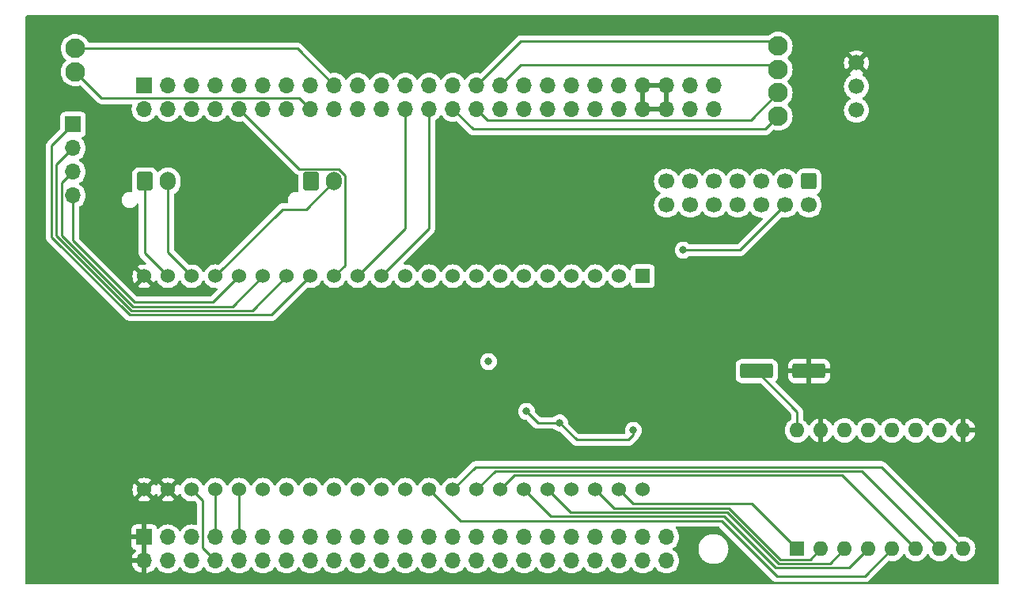
<source format=gbr>
%TF.GenerationSoftware,KiCad,Pcbnew,8.0.5*%
%TF.CreationDate,2024-10-09T10:19:28-04:00*%
%TF.ProjectId,Scout_Board,53636f75-745f-4426-9f61-72642e6b6963,rev?*%
%TF.SameCoordinates,Original*%
%TF.FileFunction,Copper,L1,Top*%
%TF.FilePolarity,Positive*%
%FSLAX46Y46*%
G04 Gerber Fmt 4.6, Leading zero omitted, Abs format (unit mm)*
G04 Created by KiCad (PCBNEW 8.0.5) date 2024-10-09 10:19:28*
%MOMM*%
%LPD*%
G01*
G04 APERTURE LIST*
G04 Aperture macros list*
%AMRoundRect*
0 Rectangle with rounded corners*
0 $1 Rounding radius*
0 $2 $3 $4 $5 $6 $7 $8 $9 X,Y pos of 4 corners*
0 Add a 4 corners polygon primitive as box body*
4,1,4,$2,$3,$4,$5,$6,$7,$8,$9,$2,$3,0*
0 Add four circle primitives for the rounded corners*
1,1,$1+$1,$2,$3*
1,1,$1+$1,$4,$5*
1,1,$1+$1,$6,$7*
1,1,$1+$1,$8,$9*
0 Add four rect primitives between the rounded corners*
20,1,$1+$1,$2,$3,$4,$5,0*
20,1,$1+$1,$4,$5,$6,$7,0*
20,1,$1+$1,$6,$7,$8,$9,0*
20,1,$1+$1,$8,$9,$2,$3,0*%
G04 Aperture macros list end*
%TA.AperFunction,ComponentPad*%
%ADD10R,1.700000X1.700000*%
%TD*%
%TA.AperFunction,ComponentPad*%
%ADD11O,1.700000X1.700000*%
%TD*%
%TA.AperFunction,ComponentPad*%
%ADD12RoundRect,0.250000X-0.600000X0.600000X-0.600000X-0.600000X0.600000X-0.600000X0.600000X0.600000X0*%
%TD*%
%TA.AperFunction,ComponentPad*%
%ADD13C,1.700000*%
%TD*%
%TA.AperFunction,ComponentPad*%
%ADD14R,1.600000X1.600000*%
%TD*%
%TA.AperFunction,ComponentPad*%
%ADD15O,1.600000X1.600000*%
%TD*%
%TA.AperFunction,ComponentPad*%
%ADD16C,2.100000*%
%TD*%
%TA.AperFunction,ComponentPad*%
%ADD17C,1.676400*%
%TD*%
%TA.AperFunction,ComponentPad*%
%ADD18RoundRect,0.250000X-0.600000X-0.750000X0.600000X-0.750000X0.600000X0.750000X-0.600000X0.750000X0*%
%TD*%
%TA.AperFunction,ComponentPad*%
%ADD19O,1.700000X2.000000*%
%TD*%
%TA.AperFunction,ComponentPad*%
%ADD20R,1.530000X1.530000*%
%TD*%
%TA.AperFunction,ComponentPad*%
%ADD21C,1.530000*%
%TD*%
%TA.AperFunction,SMDPad,CuDef*%
%ADD22RoundRect,0.250000X-1.500000X-0.550000X1.500000X-0.550000X1.500000X0.550000X-1.500000X0.550000X0*%
%TD*%
%TA.AperFunction,ViaPad*%
%ADD23C,0.800000*%
%TD*%
%TA.AperFunction,Conductor*%
%ADD24C,0.250000*%
%TD*%
G04 APERTURE END LIST*
D10*
%TO.P,J1,1,Pin_1*%
%TO.N,Conn1*%
X170180000Y-138684000D03*
D11*
%TO.P,J1,2,Pin_2*%
%TO.N,Conn2*%
X170180000Y-141224000D03*
%TO.P,J1,3,Pin_3*%
%TO.N,Conn3*%
X170180000Y-143764000D03*
%TO.P,J1,4,Pin_4*%
%TO.N,Conn4*%
X170180000Y-146304000D03*
%TD*%
D12*
%TO.P,J2,1,Pin_1*%
%TO.N,TL-*%
X248920000Y-144780000D03*
D13*
%TO.P,J2,2,Pin_2*%
%TO.N,unconnected-(J2-Pin_2-Pad2)*%
X248920000Y-147320000D03*
%TO.P,J2,3,Pin_3*%
%TO.N,5V*%
X246380000Y-144780000D03*
%TO.P,J2,4,Pin_4*%
X246380000Y-147320000D03*
%TO.P,J2,5,Pin_5*%
%TO.N,+12V*%
X243840000Y-144780000D03*
%TO.P,J2,6,Pin_6*%
%TO.N,1B*%
X243840000Y-147320000D03*
%TO.P,J2,7,Pin_7*%
%TO.N,+12V*%
X241300000Y-144780000D03*
%TO.P,J2,8,Pin_8*%
%TO.N,1A*%
X241300000Y-147320000D03*
%TO.P,J2,9,Pin_9*%
%TO.N,BL-*%
X238760000Y-144780000D03*
%TO.P,J2,10,Pin_10*%
%TO.N,2A*%
X238760000Y-147320000D03*
%TO.P,J2,11,Pin_11*%
%TO.N,UV-*%
X236220000Y-144780000D03*
%TO.P,J2,12,Pin_12*%
%TO.N,2B*%
X236220000Y-147320000D03*
%TO.P,J2,13,Pin_13*%
%TO.N,Sw1*%
X233680000Y-144780000D03*
%TO.P,J2,14,Pin_14*%
%TO.N,Sw2*%
X233680000Y-147320000D03*
%TD*%
D14*
%TO.P,U2,1,EN*%
%TO.N,EN*%
X247650000Y-184140000D03*
D15*
%TO.P,U2,2,MS1/SDI*%
%TO.N,MS1{slash}SDI*%
X250190000Y-184140000D03*
%TO.P,U2,3,MS2/SCK*%
%TO.N,MS2{slash}SCK*%
X252730000Y-184140000D03*
%TO.P,U2,4,MS3/CS*%
%TO.N,MS3{slash}CS*%
X255270000Y-184140000D03*
%TO.P,U2,5,RST/SDO*%
%TO.N,RST{slash}SDO*%
X257810000Y-184140000D03*
%TO.P,U2,6,SLP/NC*%
%TO.N,SLP{slash}NC*%
X260350000Y-184140000D03*
%TO.P,U2,7,STEP*%
%TO.N,STEP*%
X262890000Y-184140000D03*
%TO.P,U2,8,DIR*%
%TO.N,DIR*%
X265430000Y-184140000D03*
%TO.P,U2,9,GND*%
%TO.N,GND*%
X265430000Y-171440000D03*
%TO.P,U2,10,VIO*%
%TO.N,5V*%
X262890000Y-171440000D03*
%TO.P,U2,11,1B*%
%TO.N,1B*%
X260350000Y-171440000D03*
%TO.P,U2,12,1A*%
%TO.N,1A*%
X257810000Y-171440000D03*
%TO.P,U2,13,2A*%
%TO.N,2A*%
X255270000Y-171440000D03*
%TO.P,U2,14,2B*%
%TO.N,2B*%
X252730000Y-171440000D03*
%TO.P,U2,15,GND*%
%TO.N,GND*%
X250190000Y-171440000D03*
%TO.P,U2,16,VMOT*%
%TO.N,+12V*%
X247650000Y-171440000D03*
%TD*%
D16*
%TO.P,J7,1*%
%TO.N,I2C1_SCL*%
X170434000Y-130556000D03*
%TO.P,J7,2*%
%TO.N,I2C1_SDA*%
X170434000Y-133056000D03*
%TD*%
D17*
%TO.P,J3,1,1*%
%TO.N,GND*%
X254000000Y-132080000D03*
%TO.P,J3,2,2*%
%TO.N,5V*%
X254000000Y-134620000D03*
%TO.P,J3,3,3*%
%TO.N,+12V*%
X254000000Y-137160000D03*
%TD*%
D10*
%TO.P,J11,1,GND*%
%TO.N,GND*%
X177800000Y-182880000D03*
D11*
%TO.P,J11,2,GND*%
X177800000Y-185420000D03*
%TO.P,J11,3,GPIO0_20*%
%TO.N,unconnected-(J11-GPIO0_20-Pad3)*%
X180340000Y-182880000D03*
%TO.P,J11,4,GPIO0_48*%
%TO.N,unconnected-(J11-GPIO0_48-Pad4)*%
X180340000Y-185420000D03*
%TO.P,J11,5,GPIO0_33*%
%TO.N,unconnected-(J11-GPIO0_33-Pad5)*%
X182880000Y-182880000D03*
%TO.P,J11,6,GPIO0_34*%
%TO.N,unconnected-(J11-GPIO0_34-Pad6)*%
X182880000Y-185420000D03*
%TO.P,J11,7,GPIO0_15*%
%TO.N,SBC_Power*%
X185420000Y-182880000D03*
%TO.P,J11,8,GPIO0_14*%
%TO.N,Wire1*%
X185420000Y-185420000D03*
%TO.P,J11,9,GPIO0_17*%
%TO.N,Wire2*%
X187960000Y-182880000D03*
%TO.P,J11,10,GPIO0_16*%
%TO.N,unconnected-(J11-GPIO0_16-Pad10)*%
X187960000Y-185420000D03*
%TO.P,J11,11,GPIO0_60*%
%TO.N,unconnected-(J11-GPIO0_60-Pad11)*%
X190500000Y-182880000D03*
%TO.P,J11,12,GPIO0_59*%
%TO.N,unconnected-(J11-GPIO0_59-Pad12)*%
X190500000Y-185420000D03*
%TO.P,J11,13,GPIO0_89*%
%TO.N,unconnected-(J11-GPIO0_89-Pad13)*%
X193040000Y-182880000D03*
%TO.P,J11,14,GPIO0_75*%
%TO.N,unconnected-(J11-GPIO0_75-Pad14)*%
X193040000Y-185420000D03*
%TO.P,J11,15,GPIO0_61*%
%TO.N,unconnected-(J11-GPIO0_61-Pad15)*%
X195580000Y-182880000D03*
%TO.P,J11,16,GPIO0_62*%
%TO.N,unconnected-(J11-GPIO0_62-Pad16)*%
X195580000Y-185420000D03*
%TO.P,J11,17,GPIO0_3*%
%TO.N,unconnected-(J11-GPIO0_3-Pad17)*%
X198120000Y-182880000D03*
%TO.P,J11,18,GPIO0_4*%
%TO.N,unconnected-(J11-GPIO0_4-Pad18)*%
X198120000Y-185420000D03*
%TO.P,J11,19,GPIO0_88*%
%TO.N,unconnected-(J11-GPIO0_88-Pad19)*%
X200660000Y-182880000D03*
%TO.P,J11,20,GPIO0_76*%
%TO.N,unconnected-(J11-GPIO0_76-Pad20)*%
X200660000Y-185420000D03*
%TO.P,J11,21,GPIO0_30*%
%TO.N,unconnected-(J11-GPIO0_30-Pad21)*%
X203200000Y-182880000D03*
%TO.P,J11,22,GPIO0_5*%
%TO.N,unconnected-(J11-GPIO0_5-Pad22)*%
X203200000Y-185420000D03*
%TO.P,J11,23,GPIO0_31*%
%TO.N,unconnected-(J11-GPIO0_31-Pad23)*%
X205740000Y-182880000D03*
%TO.P,J11,24,GPIO0_6*%
%TO.N,unconnected-(J11-GPIO0_6-Pad24)*%
X205740000Y-185420000D03*
%TO.P,J11,25,GPIO0_35*%
%TO.N,unconnected-(J11-GPIO0_35-Pad25)*%
X208280000Y-182880000D03*
%TO.P,J11,26,GPIO0_51*%
%TO.N,unconnected-(J11-GPIO0_51-Pad26)*%
X208280000Y-185420000D03*
%TO.P,J11,27,GPIO0_71*%
%TO.N,unconnected-(J11-GPIO0_71-Pad27)*%
X210820000Y-182880000D03*
%TO.P,J11,28,GPIO0_72*%
%TO.N,unconnected-(J11-GPIO0_72-Pad28)*%
X210820000Y-185420000D03*
%TO.P,J11,29,GPIO0_73*%
%TO.N,unconnected-(J11-GPIO0_73-Pad29)*%
X213360000Y-182880000D03*
%TO.P,J11,30,GPIO0_74*%
%TO.N,unconnected-(J11-GPIO0_74-Pad30)*%
X213360000Y-185420000D03*
%TO.P,J11,31,GPIO0_32*%
%TO.N,unconnected-(J11-GPIO0_32-Pad31)*%
X215900000Y-182880000D03*
%TO.P,J11,32,GPIO0_26*%
%TO.N,unconnected-(J11-GPIO0_26-Pad32)*%
X215900000Y-185420000D03*
%TO.P,J11,33,GPIO0_25*%
%TO.N,unconnected-(J11-GPIO0_25-Pad33)*%
X218440000Y-182880000D03*
%TO.P,J11,34,GPIO0_7*%
%TO.N,unconnected-(J11-GPIO0_7-Pad34)*%
X218440000Y-185420000D03*
%TO.P,J11,35,GPIO0_24*%
%TO.N,unconnected-(J11-GPIO0_24-Pad35)*%
X220980000Y-182880000D03*
%TO.P,J11,36,GPIO0_8*%
%TO.N,unconnected-(J11-GPIO0_8-Pad36)*%
X220980000Y-185420000D03*
%TO.P,J11,37,GPIO0_106*%
%TO.N,unconnected-(J11-GPIO0_106-Pad37)*%
X223520000Y-182880000D03*
%TO.P,J11,38,GPIO0_105*%
%TO.N,unconnected-(J11-GPIO0_105-Pad38)*%
X223520000Y-185420000D03*
%TO.P,J11,39,GPIO0_69*%
%TO.N,unconnected-(J11-GPIO0_69-Pad39)*%
X226060000Y-182880000D03*
%TO.P,J11,40,GPIO0_70*%
%TO.N,unconnected-(J11-GPIO0_70-Pad40)*%
X226060000Y-185420000D03*
%TO.P,J11,41,GPIO0_67*%
%TO.N,unconnected-(J11-GPIO0_67-Pad41)*%
X228600000Y-182880000D03*
%TO.P,J11,42,GPIO0_68*%
%TO.N,unconnected-(J11-GPIO0_68-Pad42)*%
X228600000Y-185420000D03*
%TO.P,J11,43,GPIO0_65*%
%TO.N,unconnected-(J11-GPIO0_65-Pad43)*%
X231140000Y-182880000D03*
%TO.P,J11,44,GPIO0_66*%
%TO.N,unconnected-(J11-GPIO0_66-Pad44)*%
X231140000Y-185420000D03*
%TO.P,J11,45,GPIO0_79*%
%TO.N,unconnected-(J11-GPIO0_79-Pad45)*%
X233680000Y-182880000D03*
%TO.P,J11,46,GPIO0_80*%
%TO.N,unconnected-(J11-GPIO0_80-Pad46)*%
X233680000Y-185420000D03*
%TD*%
D18*
%TO.P,Conn2,1,Pin_1*%
%TO.N,5V*%
X177840000Y-144780000D03*
D19*
%TO.P,Conn2,2,Pin_2*%
%TO.N,CaptureButton*%
X180340000Y-144780000D03*
%TD*%
D16*
%TO.P,J8,1*%
%TO.N,SPI1_CS0*%
X245618000Y-137802000D03*
%TO.P,J8,2*%
%TO.N,SPI1_D1*%
X245618000Y-135302000D03*
%TO.P,J8,3*%
%TO.N,SPI1_SCLK*%
X245618000Y-132802000D03*
%TO.P,J8,4*%
%TO.N,SPI1_D0*%
X245618000Y-130302000D03*
%TD*%
D18*
%TO.P,Conn4,1,Pin_1*%
%TO.N,5V*%
X195620000Y-144780000D03*
D19*
%TO.P,Conn4,2,Pin_2*%
%TO.N,FlipButton*%
X198120000Y-144780000D03*
%TD*%
D20*
%TO.P,U1,J1_1,3V3*%
%TO.N,+3.3V*%
X231140000Y-154940000D03*
D21*
%TO.P,U1,J1_2,3V3*%
X228600000Y-154940000D03*
%TO.P,U1,J1_3,RST*%
%TO.N,unconnected-(U1-RST-PadJ1_3)*%
X226060000Y-154940000D03*
%TO.P,U1,J1_4,GPIO4*%
%TO.N,Sw2*%
X223520000Y-154940000D03*
%TO.P,U1,J1_5,GPIO5*%
%TO.N,Sw1*%
X220980000Y-154940000D03*
%TO.P,U1,J1_6,GPIO6*%
%TO.N,TopLightsLV*%
X218440000Y-154940000D03*
%TO.P,U1,J1_7,GPIO7*%
%TO.N,BottomLightsLV*%
X215900000Y-154940000D03*
%TO.P,U1,J1_8,GPIO15*%
%TO.N,UVLightsLV*%
X213360000Y-154940000D03*
%TO.P,U1,J1_9,GPIO16*%
%TO.N,unconnected-(U1-GPIO16-PadJ1_9)*%
X210820000Y-154940000D03*
%TO.P,U1,J1_10,GPIO17*%
%TO.N,unconnected-(U1-GPIO17-PadJ1_10)*%
X208280000Y-154940000D03*
%TO.P,U1,J1_11,GPIO18*%
%TO.N,unconnected-(U1-GPIO18-PadJ1_11)*%
X205740000Y-154940000D03*
%TO.P,U1,J1_12,GPIO8*%
%TO.N,RxD*%
X203200000Y-154940000D03*
%TO.P,U1,J1_13,GPIO3*%
%TO.N,TxD*%
X200660000Y-154940000D03*
%TO.P,U1,J1_14,GPIO46*%
%TO.N,Sys_reset*%
X198120000Y-154940000D03*
%TO.P,U1,J1_15,GPIO9*%
%TO.N,Conn1*%
X195580000Y-154940000D03*
%TO.P,U1,J1_16,GPIO10*%
%TO.N,Conn2*%
X193040000Y-154940000D03*
%TO.P,U1,J1_17,GPIO11*%
%TO.N,Conn3*%
X190500000Y-154940000D03*
%TO.P,U1,J1_18,GPIO12*%
%TO.N,Conn4*%
X187960000Y-154940000D03*
%TO.P,U1,J1_19,GPIO13*%
%TO.N,FlipButton*%
X185420000Y-154940000D03*
%TO.P,U1,J1_20,GPIO14*%
%TO.N,CaptureButton*%
X182880000Y-154940000D03*
%TO.P,U1,J1_21,5V0*%
%TO.N,5V*%
X180340000Y-154940000D03*
%TO.P,U1,J1_22,GND*%
%TO.N,GND*%
X177800000Y-154940000D03*
%TO.P,U1,J3_1,GND*%
X231140000Y-177800000D03*
%TO.P,U1,J3_2,U0TXD/GPIO43*%
%TO.N,EN*%
X228600000Y-177800000D03*
%TO.P,U1,J3_3,U0RXD/GPIO44*%
%TO.N,MS1{slash}SDI*%
X226060000Y-177800000D03*
%TO.P,U1,J3_4,GPIO1*%
%TO.N,unconnected-(U1-GPIO1-PadJ3_4)*%
X223520000Y-177800000D03*
%TO.P,U1,J3_5,GPIO2*%
%TO.N,MS2{slash}SCK*%
X220980000Y-177800000D03*
%TO.P,U1,J3_6,MTMS/GPIO42*%
%TO.N,MS3{slash}CS*%
X218440000Y-177800000D03*
%TO.P,U1,J3_7,MTDI/GPIO41*%
%TO.N,SLP{slash}NC*%
X215900000Y-177800000D03*
%TO.P,U1,J3_8,MTDO/GPIO40*%
%TO.N,STEP*%
X213360000Y-177800000D03*
%TO.P,U1,J3_9,MTCK/GPIO39*%
%TO.N,DIR*%
X210820000Y-177800000D03*
%TO.P,U1,J3_10,GPIO38*%
%TO.N,RST{slash}SDO*%
X208280000Y-177800000D03*
%TO.P,U1,J3_11,GPIO37*%
%TO.N,unconnected-(U1-GPIO37-PadJ3_11)*%
X205740000Y-177800000D03*
%TO.P,U1,J3_12,GPIO36*%
%TO.N,unconnected-(U1-GPIO36-PadJ3_12)*%
X203200000Y-177800000D03*
%TO.P,U1,J3_13,GPIO35*%
%TO.N,unconnected-(U1-GPIO35-PadJ3_13)*%
X200660000Y-177800000D03*
%TO.P,U1,J3_14,GPIO0*%
%TO.N,unconnected-(U1-GPIO0-PadJ3_14)*%
X198120000Y-177800000D03*
%TO.P,U1,J3_15,GPIO45*%
%TO.N,unconnected-(U1-GPIO45-PadJ3_15)*%
X195580000Y-177800000D03*
%TO.P,U1,J3_16,GPIO48*%
%TO.N,unconnected-(U1-GPIO48-PadJ3_16)*%
X193040000Y-177800000D03*
%TO.P,U1,J3_17,GPIO47*%
%TO.N,unconnected-(U1-GPIO47-PadJ3_17)*%
X190500000Y-177800000D03*
%TO.P,U1,J3_18,GPIO21*%
%TO.N,Wire2*%
X187960000Y-177800000D03*
%TO.P,U1,J3_19,USB_D+/GPIO20*%
%TO.N,SBC_Power*%
X185420000Y-177800000D03*
%TO.P,U1,J3_20,USB_D-/GPIO19*%
%TO.N,Wire1*%
X182880000Y-177800000D03*
%TO.P,U1,J3_21,GND*%
%TO.N,GND*%
X180340000Y-177800000D03*
%TO.P,U1,J3_22,GND*%
X177800000Y-177800000D03*
%TD*%
D10*
%TO.P,J10,1,GND*%
%TO.N,unconnected-(J10-GND-Pad1)*%
X177800000Y-134500000D03*
D11*
%TO.P,J10,2,GND*%
%TO.N,unconnected-(J10-GND-Pad2)*%
X177800000Y-137040000D03*
%TO.P,J10,3,3.3V*%
%TO.N,unconnected-(J10-3.3V-Pad3)*%
X180340000Y-134500000D03*
%TO.P,J10,4,3.3V*%
%TO.N,unconnected-(J10-3.3V-Pad4)*%
X180340000Y-137040000D03*
%TO.P,J10,5,VIN*%
%TO.N,unconnected-(J10-VIN-Pad5)*%
X182880000Y-134500000D03*
%TO.P,J10,6,VIN*%
%TO.N,unconnected-(J10-VIN-Pad6)*%
X182880000Y-137040000D03*
%TO.P,J10,7,VOUT*%
%TO.N,unconnected-(J10-VOUT-Pad7)*%
X185420000Y-134500000D03*
%TO.P,J10,8,VOUT*%
%TO.N,unconnected-(J10-VOUT-Pad8)*%
X185420000Y-137040000D03*
%TO.P,J10,9,Reset*%
%TO.N,unconnected-(J10-Reset-Pad9)*%
X187960000Y-134500000D03*
%TO.P,J10,10,Reset*%
%TO.N,Sys_reset*%
X187960000Y-137040000D03*
%TO.P,J10,11,GPIO0_1*%
%TO.N,unconnected-(J10-GPIO0_1-Pad11)*%
X190500000Y-134500000D03*
%TO.P,J10,12,GPIO0_45*%
%TO.N,unconnected-(J10-GPIO0_45-Pad12)*%
X190500000Y-137040000D03*
%TO.P,J10,13,GPIO0_2*%
%TO.N,unconnected-(J10-GPIO0_2-Pad13)*%
X193040000Y-134500000D03*
%TO.P,J10,14,GPIO0_93*%
%TO.N,unconnected-(J10-GPIO0_93-Pad14)*%
X193040000Y-137040000D03*
%TO.P,J10,15,GPIO0_47*%
%TO.N,unconnected-(J10-GPIO0_47-Pad15)*%
X195580000Y-134500000D03*
%TO.P,J10,16,GPIO0_94*%
%TO.N,I2C1_SDA*%
X195580000Y-137040000D03*
%TO.P,J10,17,GPIO0_28*%
%TO.N,I2C1_SCL*%
X198120000Y-134500000D03*
%TO.P,J10,18,GPIO0_40*%
%TO.N,unconnected-(J10-GPIO0_40-Pad18)*%
X198120000Y-137040000D03*
%TO.P,J10,19,GPIO1_1*%
%TO.N,unconnected-(J10-GPIO1_1-Pad19)*%
X200660000Y-134500000D03*
%TO.P,J10,20,GPIO1_2*%
%TO.N,unconnected-(J10-GPIO1_2-Pad20)*%
X200660000Y-137040000D03*
%TO.P,J10,21,GPIO0_39*%
%TO.N,unconnected-(J10-GPIO0_39-Pad21)*%
X203200000Y-134500000D03*
%TO.P,J10,22,GPIO0_38*%
%TO.N,unconnected-(J10-GPIO0_38-Pad22)*%
X203200000Y-137040000D03*
%TO.P,J10,23,GPIO0_10*%
%TO.N,unconnected-(J10-GPIO0_10-Pad23)*%
X205740000Y-134500000D03*
%TO.P,J10,24,GPIO0_119*%
%TO.N,TxD*%
X205740000Y-137040000D03*
%TO.P,J10,25,GPIO0_127*%
%TO.N,unconnected-(J10-GPIO0_127-Pad25)*%
X208280000Y-134500000D03*
%TO.P,J10,26,GPIO0_118*%
%TO.N,RxD*%
X208280000Y-137040000D03*
%TO.P,J10,27,GPIO0_46*%
%TO.N,unconnected-(J10-GPIO0_46-Pad27)*%
X210820000Y-134500000D03*
%TO.P,J10,28,GPIO1_11*%
%TO.N,SPI1_CS0*%
X210820000Y-137040000D03*
%TO.P,J10,29,GPIO1_14*%
%TO.N,SPI1_D0*%
X213360000Y-134500000D03*
%TO.P,J10,30,GPIO1_13*%
%TO.N,SPI1_D1*%
X213360000Y-137040000D03*
%TO.P,J10,31,GPIO1_12*%
%TO.N,SPI1_SCLK*%
X215900000Y-134500000D03*
%TO.P,J10,32,VDD_ADC*%
%TO.N,unconnected-(J10-VDD_ADC-Pad32)*%
X215900000Y-137040000D03*
%TO.P,J10,33,AIN4*%
%TO.N,unconnected-(J10-AIN4-Pad33)*%
X218440000Y-134500000D03*
%TO.P,J10,34,GND*%
%TO.N,unconnected-(J10-GND-Pad34)*%
X218440000Y-137040000D03*
%TO.P,J10,35,AIN6*%
%TO.N,unconnected-(J10-AIN6-Pad35)*%
X220980000Y-134500000D03*
%TO.P,J10,36,AIN5*%
%TO.N,unconnected-(J10-AIN5-Pad36)*%
X220980000Y-137040000D03*
%TO.P,J10,37,AIN2*%
%TO.N,unconnected-(J10-AIN2-Pad37)*%
X223520000Y-134500000D03*
%TO.P,J10,38,AIN3*%
%TO.N,unconnected-(J10-AIN3-Pad38)*%
X223520000Y-137040000D03*
%TO.P,J10,39,AIN0*%
%TO.N,unconnected-(J10-AIN0-Pad39)*%
X226060000Y-134500000D03*
%TO.P,J10,40,AIN1*%
%TO.N,unconnected-(J10-AIN1-Pad40)*%
X226060000Y-137040000D03*
%TO.P,J10,41,GPIO1_0*%
%TO.N,unconnected-(J10-GPIO1_0-Pad41)*%
X228600000Y-134500000D03*
%TO.P,J10,42,GPIO0_123*%
%TO.N,unconnected-(J10-GPIO0_123-Pad42)*%
X228600000Y-137040000D03*
%TO.P,J10,43,GND*%
%TO.N,GND*%
X231140000Y-134500000D03*
%TO.P,J10,44,GND*%
X231140000Y-137040000D03*
%TO.P,J10,45,GND*%
X233680000Y-134500000D03*
%TO.P,J10,46,GND*%
X233680000Y-137040000D03*
%TO.P,J10,47*%
%TO.N,N/C*%
X236220000Y-134500000D03*
%TO.P,J10,48*%
X236220000Y-137040000D03*
%TO.P,J10,49*%
X238760000Y-134500000D03*
%TO.P,J10,50*%
X238760000Y-137040000D03*
%TD*%
D22*
%TO.P,C1,1*%
%TO.N,+12V*%
X243320000Y-165100000D03*
%TO.P,C1,2*%
%TO.N,GND*%
X248920000Y-165100000D03*
%TD*%
D23*
%TO.N,GND*%
X216323707Y-170547079D03*
X227960000Y-171406000D03*
X187198000Y-146558000D03*
X224557980Y-170498004D03*
X230378000Y-152654000D03*
%TO.N,+3.3V*%
X214630000Y-164084000D03*
%TO.N,5V*%
X218694000Y-169418000D03*
X235458000Y-152146000D03*
X222250000Y-170644000D03*
X230124000Y-171450000D03*
%TD*%
D24*
%TO.N,Conn3*%
X190500000Y-154940000D02*
X187256000Y-158184000D01*
X187256000Y-158184000D02*
X176597604Y-158184000D01*
X169005000Y-144939000D02*
X170180000Y-143764000D01*
X176597604Y-158184000D02*
X169005000Y-150591396D01*
X169005000Y-150591396D02*
X169005000Y-144939000D01*
%TO.N,Conn4*%
X176784000Y-157734000D02*
X170180000Y-151130000D01*
X185166000Y-157734000D02*
X176784000Y-157734000D01*
X170180000Y-151130000D02*
X170180000Y-146304000D01*
X187960000Y-154940000D02*
X185166000Y-157734000D01*
%TO.N,Conn2*%
X168402000Y-143002000D02*
X170180000Y-141224000D01*
X189346000Y-158634000D02*
X176411208Y-158634000D01*
X176411208Y-158634000D02*
X168402000Y-150624792D01*
X193040000Y-154940000D02*
X189346000Y-158634000D01*
X168402000Y-150624792D02*
X168402000Y-143002000D01*
%TO.N,Conn1*%
X191436000Y-159084000D02*
X176224812Y-159084000D01*
X167894000Y-140970000D02*
X170180000Y-138684000D01*
X195580000Y-154940000D02*
X191436000Y-159084000D01*
X176224812Y-159084000D02*
X167894000Y-150753188D01*
X167894000Y-150753188D02*
X167894000Y-140970000D01*
%TO.N,SPI1_D0*%
X218066000Y-129794000D02*
X245110000Y-129794000D01*
X213360000Y-134500000D02*
X218066000Y-129794000D01*
X245110000Y-129794000D02*
X245618000Y-130302000D01*
%TO.N,RxD*%
X208280000Y-137040000D02*
X208280000Y-149860000D01*
X208280000Y-149860000D02*
X203200000Y-154940000D01*
%TO.N,I2C1_SDA*%
X173243000Y-135865000D02*
X194405000Y-135865000D01*
X170434000Y-133056000D02*
X173243000Y-135865000D01*
X194405000Y-135865000D02*
X195580000Y-137040000D01*
%TO.N,SPI1_CS0*%
X244228000Y-139192000D02*
X245618000Y-137802000D01*
X210820000Y-137040000D02*
X212972000Y-139192000D01*
X212972000Y-139192000D02*
X244228000Y-139192000D01*
%TO.N,SPI1_D1*%
X242705000Y-138215000D02*
X245618000Y-135302000D01*
X213360000Y-137040000D02*
X214535000Y-138215000D01*
X214535000Y-138215000D02*
X242705000Y-138215000D01*
%TO.N,SPI1_SCLK*%
X218066000Y-132334000D02*
X245150000Y-132334000D01*
X245150000Y-132334000D02*
X245618000Y-132802000D01*
X215900000Y-134500000D02*
X218066000Y-132334000D01*
%TO.N,TxD*%
X205740000Y-149860000D02*
X200660000Y-154940000D01*
X205740000Y-137040000D02*
X205740000Y-149860000D01*
%TO.N,Sys_reset*%
X199295000Y-144143299D02*
X199295000Y-153765000D01*
X187960000Y-137040000D02*
X194375000Y-143455000D01*
X199295000Y-153765000D02*
X198120000Y-154940000D01*
X198606701Y-143455000D02*
X199295000Y-144143299D01*
X194375000Y-143455000D02*
X198606701Y-143455000D01*
%TO.N,I2C1_SCL*%
X170434000Y-130556000D02*
X194176000Y-130556000D01*
X194176000Y-130556000D02*
X198120000Y-134500000D01*
%TO.N,FlipButton*%
X192605000Y-147755000D02*
X195145000Y-147755000D01*
X195145000Y-147755000D02*
X198120000Y-144780000D01*
X185420000Y-154940000D02*
X192605000Y-147755000D01*
%TO.N,CaptureButton*%
X182880000Y-154940000D02*
X180340000Y-152400000D01*
X180340000Y-152400000D02*
X180340000Y-144780000D01*
%TO.N,MS3{slash}CS*%
X221314000Y-180674000D02*
X218440000Y-177800000D01*
X245364000Y-186182000D02*
X239856000Y-180674000D01*
X255270000Y-184140000D02*
X253228000Y-186182000D01*
X239856000Y-180674000D02*
X221314000Y-180674000D01*
X253228000Y-186182000D02*
X245364000Y-186182000D01*
%TO.N,DIR*%
X265430000Y-184140000D02*
X256666000Y-175376000D01*
X256666000Y-175376000D02*
X213244000Y-175376000D01*
X213244000Y-175376000D02*
X210820000Y-177800000D01*
%TO.N,RST{slash}SDO*%
X257810000Y-184140000D02*
X254868000Y-187082000D01*
X239544000Y-181124000D02*
X211604000Y-181124000D01*
X254868000Y-187082000D02*
X245502000Y-187082000D01*
X211604000Y-181124000D02*
X208280000Y-177800000D01*
X245502000Y-187082000D02*
X239544000Y-181124000D01*
%TO.N,MS2{slash}SCK*%
X252730000Y-184140000D02*
X251138000Y-185732000D01*
X240168000Y-180224000D02*
X223404000Y-180224000D01*
X251138000Y-185732000D02*
X245676000Y-185732000D01*
X223404000Y-180224000D02*
X220980000Y-177800000D01*
X245676000Y-185732000D02*
X240168000Y-180224000D01*
%TO.N,MS1{slash}SDI*%
X228034000Y-179774000D02*
X226060000Y-177800000D01*
X249065000Y-185265000D02*
X245845396Y-185265000D01*
X240354396Y-179774000D02*
X228034000Y-179774000D01*
X250190000Y-184140000D02*
X249065000Y-185265000D01*
X245845396Y-185265000D02*
X240354396Y-179774000D01*
%TO.N,EN*%
X242834000Y-179324000D02*
X230124000Y-179324000D01*
X247650000Y-184140000D02*
X242834000Y-179324000D01*
X230124000Y-179324000D02*
X228600000Y-177800000D01*
%TO.N,STEP*%
X215334000Y-175826000D02*
X213360000Y-177800000D01*
X262890000Y-184140000D02*
X254576000Y-175826000D01*
X254576000Y-175826000D02*
X215334000Y-175826000D01*
%TO.N,5V*%
X177840000Y-144780000D02*
X177840000Y-152440000D01*
X241554000Y-152146000D02*
X235458000Y-152146000D01*
X218694000Y-169418000D02*
X219920000Y-170644000D01*
X229616000Y-172466000D02*
X230124000Y-171958000D01*
X219920000Y-170644000D02*
X222250000Y-170644000D01*
X246380000Y-147320000D02*
X241554000Y-152146000D01*
X177840000Y-152440000D02*
X180340000Y-154940000D01*
X230124000Y-171958000D02*
X230124000Y-171450000D01*
X222250000Y-170644000D02*
X224072000Y-172466000D01*
X224072000Y-172466000D02*
X229616000Y-172466000D01*
%TO.N,+12V*%
X247650000Y-169430000D02*
X247650000Y-171440000D01*
X243320000Y-165100000D02*
X247650000Y-169430000D01*
%TO.N,SBC_Power*%
X185420000Y-182880000D02*
X185420000Y-177800000D01*
%TO.N,Wire2*%
X187960000Y-182880000D02*
X187960000Y-177800000D01*
%TO.N,Wire1*%
X184055000Y-178975000D02*
X182880000Y-177800000D01*
X184055000Y-184055000D02*
X184055000Y-178975000D01*
X185420000Y-185420000D02*
X184055000Y-184055000D01*
%TO.N,SLP{slash}NC*%
X260350000Y-184140000D02*
X252486000Y-176276000D01*
X217424000Y-176276000D02*
X215900000Y-177800000D01*
X252486000Y-176276000D02*
X217424000Y-176276000D01*
%TD*%
%TA.AperFunction,Conductor*%
%TO.N,GND*%
G36*
X178050000Y-184986988D02*
G01*
X177992993Y-184954075D01*
X177865826Y-184920000D01*
X177734174Y-184920000D01*
X177607007Y-184954075D01*
X177550000Y-184986988D01*
X177550000Y-183313012D01*
X177607007Y-183345925D01*
X177734174Y-183380000D01*
X177865826Y-183380000D01*
X177992993Y-183345925D01*
X178050000Y-183313012D01*
X178050000Y-184986988D01*
G37*
%TD.AperFunction*%
%TA.AperFunction,Conductor*%
G36*
X233214075Y-136847007D02*
G01*
X233180000Y-136974174D01*
X233180000Y-137105826D01*
X233214075Y-137232993D01*
X233246988Y-137290000D01*
X231573012Y-137290000D01*
X231605925Y-137232993D01*
X231640000Y-137105826D01*
X231640000Y-136974174D01*
X231605925Y-136847007D01*
X231573012Y-136790000D01*
X233246988Y-136790000D01*
X233214075Y-136847007D01*
G37*
%TD.AperFunction*%
%TA.AperFunction,Conductor*%
G36*
X231390000Y-136606988D02*
G01*
X231332993Y-136574075D01*
X231205826Y-136540000D01*
X231074174Y-136540000D01*
X230947007Y-136574075D01*
X230890000Y-136606988D01*
X230890000Y-134933012D01*
X230947007Y-134965925D01*
X231074174Y-135000000D01*
X231205826Y-135000000D01*
X231332993Y-134965925D01*
X231390000Y-134933012D01*
X231390000Y-136606988D01*
G37*
%TD.AperFunction*%
%TA.AperFunction,Conductor*%
G36*
X233930000Y-136606988D02*
G01*
X233872993Y-136574075D01*
X233745826Y-136540000D01*
X233614174Y-136540000D01*
X233487007Y-136574075D01*
X233430000Y-136606988D01*
X233430000Y-134933012D01*
X233487007Y-134965925D01*
X233614174Y-135000000D01*
X233745826Y-135000000D01*
X233872993Y-134965925D01*
X233930000Y-134933012D01*
X233930000Y-136606988D01*
G37*
%TD.AperFunction*%
%TA.AperFunction,Conductor*%
G36*
X233214075Y-134307007D02*
G01*
X233180000Y-134434174D01*
X233180000Y-134565826D01*
X233214075Y-134692993D01*
X233246988Y-134750000D01*
X231573012Y-134750000D01*
X231605925Y-134692993D01*
X231640000Y-134565826D01*
X231640000Y-134434174D01*
X231605925Y-134307007D01*
X231573012Y-134250000D01*
X233246988Y-134250000D01*
X233214075Y-134307007D01*
G37*
%TD.AperFunction*%
%TA.AperFunction,Conductor*%
G36*
X269183039Y-127019685D02*
G01*
X269228794Y-127072489D01*
X269240000Y-127124000D01*
X269240000Y-187836000D01*
X269220315Y-187903039D01*
X269167511Y-187948794D01*
X269116000Y-187960000D01*
X165224000Y-187960000D01*
X165156961Y-187940315D01*
X165111206Y-187887511D01*
X165100000Y-187836000D01*
X165100000Y-181982155D01*
X176450000Y-181982155D01*
X176450000Y-182630000D01*
X177366988Y-182630000D01*
X177334075Y-182687007D01*
X177300000Y-182814174D01*
X177300000Y-182945826D01*
X177334075Y-183072993D01*
X177366988Y-183130000D01*
X176450000Y-183130000D01*
X176450000Y-183777844D01*
X176456401Y-183837372D01*
X176456403Y-183837379D01*
X176506645Y-183972086D01*
X176506649Y-183972093D01*
X176592809Y-184087187D01*
X176592812Y-184087190D01*
X176707906Y-184173350D01*
X176707913Y-184173354D01*
X176839986Y-184222614D01*
X176895920Y-184264485D01*
X176920337Y-184329949D01*
X176905486Y-184398222D01*
X176884335Y-184426477D01*
X176761886Y-184548926D01*
X176626400Y-184742420D01*
X176626399Y-184742422D01*
X176526570Y-184956507D01*
X176526567Y-184956513D01*
X176469364Y-185169999D01*
X176469364Y-185170000D01*
X177366988Y-185170000D01*
X177334075Y-185227007D01*
X177300000Y-185354174D01*
X177300000Y-185485826D01*
X177334075Y-185612993D01*
X177366988Y-185670000D01*
X176469364Y-185670000D01*
X176526567Y-185883486D01*
X176526570Y-185883492D01*
X176626399Y-186097578D01*
X176761894Y-186291082D01*
X176928917Y-186458105D01*
X177122421Y-186593600D01*
X177336507Y-186693429D01*
X177336516Y-186693433D01*
X177550000Y-186750634D01*
X177550000Y-185853012D01*
X177607007Y-185885925D01*
X177734174Y-185920000D01*
X177865826Y-185920000D01*
X177992993Y-185885925D01*
X178050000Y-185853012D01*
X178050000Y-186750633D01*
X178263483Y-186693433D01*
X178263492Y-186693429D01*
X178477578Y-186593600D01*
X178671082Y-186458105D01*
X178838105Y-186291082D01*
X178968119Y-186105405D01*
X179022696Y-186061781D01*
X179092195Y-186054588D01*
X179154549Y-186086110D01*
X179171269Y-186105405D01*
X179301505Y-186291401D01*
X179468599Y-186458495D01*
X179565384Y-186526265D01*
X179662165Y-186594032D01*
X179662167Y-186594033D01*
X179662170Y-186594035D01*
X179876337Y-186693903D01*
X180104592Y-186755063D01*
X180292918Y-186771539D01*
X180339999Y-186775659D01*
X180340000Y-186775659D01*
X180340001Y-186775659D01*
X180379234Y-186772226D01*
X180575408Y-186755063D01*
X180803663Y-186693903D01*
X181017830Y-186594035D01*
X181211401Y-186458495D01*
X181378495Y-186291401D01*
X181508425Y-186105842D01*
X181563002Y-186062217D01*
X181632500Y-186055023D01*
X181694855Y-186086546D01*
X181711575Y-186105842D01*
X181841500Y-186291395D01*
X181841505Y-186291401D01*
X182008599Y-186458495D01*
X182105384Y-186526265D01*
X182202165Y-186594032D01*
X182202167Y-186594033D01*
X182202170Y-186594035D01*
X182416337Y-186693903D01*
X182644592Y-186755063D01*
X182832918Y-186771539D01*
X182879999Y-186775659D01*
X182880000Y-186775659D01*
X182880001Y-186775659D01*
X182919234Y-186772226D01*
X183115408Y-186755063D01*
X183343663Y-186693903D01*
X183557830Y-186594035D01*
X183751401Y-186458495D01*
X183918495Y-186291401D01*
X184048425Y-186105842D01*
X184103002Y-186062217D01*
X184172500Y-186055023D01*
X184234855Y-186086546D01*
X184251575Y-186105842D01*
X184381500Y-186291395D01*
X184381505Y-186291401D01*
X184548599Y-186458495D01*
X184645384Y-186526265D01*
X184742165Y-186594032D01*
X184742167Y-186594033D01*
X184742170Y-186594035D01*
X184956337Y-186693903D01*
X185184592Y-186755063D01*
X185372918Y-186771539D01*
X185419999Y-186775659D01*
X185420000Y-186775659D01*
X185420001Y-186775659D01*
X185459234Y-186772226D01*
X185655408Y-186755063D01*
X185883663Y-186693903D01*
X186097830Y-186594035D01*
X186291401Y-186458495D01*
X186458495Y-186291401D01*
X186588425Y-186105842D01*
X186643002Y-186062217D01*
X186712500Y-186055023D01*
X186774855Y-186086546D01*
X186791575Y-186105842D01*
X186921500Y-186291395D01*
X186921505Y-186291401D01*
X187088599Y-186458495D01*
X187185384Y-186526265D01*
X187282165Y-186594032D01*
X187282167Y-186594033D01*
X187282170Y-186594035D01*
X187496337Y-186693903D01*
X187724592Y-186755063D01*
X187912918Y-186771539D01*
X187959999Y-186775659D01*
X187960000Y-186775659D01*
X187960001Y-186775659D01*
X187999234Y-186772226D01*
X188195408Y-186755063D01*
X188423663Y-186693903D01*
X188637830Y-186594035D01*
X188831401Y-186458495D01*
X188998495Y-186291401D01*
X189128425Y-186105842D01*
X189183002Y-186062217D01*
X189252500Y-186055023D01*
X189314855Y-186086546D01*
X189331575Y-186105842D01*
X189461500Y-186291395D01*
X189461505Y-186291401D01*
X189628599Y-186458495D01*
X189725384Y-186526265D01*
X189822165Y-186594032D01*
X189822167Y-186594033D01*
X189822170Y-186594035D01*
X190036337Y-186693903D01*
X190264592Y-186755063D01*
X190452918Y-186771539D01*
X190499999Y-186775659D01*
X190500000Y-186775659D01*
X190500001Y-186775659D01*
X190539234Y-186772226D01*
X190735408Y-186755063D01*
X190963663Y-186693903D01*
X191177830Y-186594035D01*
X191371401Y-186458495D01*
X191538495Y-186291401D01*
X191668425Y-186105842D01*
X191723002Y-186062217D01*
X191792500Y-186055023D01*
X191854855Y-186086546D01*
X191871575Y-186105842D01*
X192001500Y-186291395D01*
X192001505Y-186291401D01*
X192168599Y-186458495D01*
X192265384Y-186526265D01*
X192362165Y-186594032D01*
X192362167Y-186594033D01*
X192362170Y-186594035D01*
X192576337Y-186693903D01*
X192804592Y-186755063D01*
X192992918Y-186771539D01*
X193039999Y-186775659D01*
X193040000Y-186775659D01*
X193040001Y-186775659D01*
X193079234Y-186772226D01*
X193275408Y-186755063D01*
X193503663Y-186693903D01*
X193717830Y-186594035D01*
X193911401Y-186458495D01*
X194078495Y-186291401D01*
X194208425Y-186105842D01*
X194263002Y-186062217D01*
X194332500Y-186055023D01*
X194394855Y-186086546D01*
X194411575Y-186105842D01*
X194541500Y-186291395D01*
X194541505Y-186291401D01*
X194708599Y-186458495D01*
X194805384Y-186526265D01*
X194902165Y-186594032D01*
X194902167Y-186594033D01*
X194902170Y-186594035D01*
X195116337Y-186693903D01*
X195344592Y-186755063D01*
X195532918Y-186771539D01*
X195579999Y-186775659D01*
X195580000Y-186775659D01*
X195580001Y-186775659D01*
X195619234Y-186772226D01*
X195815408Y-186755063D01*
X196043663Y-186693903D01*
X196257830Y-186594035D01*
X196451401Y-186458495D01*
X196618495Y-186291401D01*
X196748425Y-186105842D01*
X196803002Y-186062217D01*
X196872500Y-186055023D01*
X196934855Y-186086546D01*
X196951575Y-186105842D01*
X197081500Y-186291395D01*
X197081505Y-186291401D01*
X197248599Y-186458495D01*
X197345384Y-186526265D01*
X197442165Y-186594032D01*
X197442167Y-186594033D01*
X197442170Y-186594035D01*
X197656337Y-186693903D01*
X197884592Y-186755063D01*
X198072918Y-186771539D01*
X198119999Y-186775659D01*
X198120000Y-186775659D01*
X198120001Y-186775659D01*
X198159234Y-186772226D01*
X198355408Y-186755063D01*
X198583663Y-186693903D01*
X198797830Y-186594035D01*
X198991401Y-186458495D01*
X199158495Y-186291401D01*
X199288425Y-186105842D01*
X199343002Y-186062217D01*
X199412500Y-186055023D01*
X199474855Y-186086546D01*
X199491575Y-186105842D01*
X199621500Y-186291395D01*
X199621505Y-186291401D01*
X199788599Y-186458495D01*
X199885384Y-186526265D01*
X199982165Y-186594032D01*
X199982167Y-186594033D01*
X199982170Y-186594035D01*
X200196337Y-186693903D01*
X200424592Y-186755063D01*
X200612918Y-186771539D01*
X200659999Y-186775659D01*
X200660000Y-186775659D01*
X200660001Y-186775659D01*
X200699234Y-186772226D01*
X200895408Y-186755063D01*
X201123663Y-186693903D01*
X201337830Y-186594035D01*
X201531401Y-186458495D01*
X201698495Y-186291401D01*
X201828425Y-186105842D01*
X201883002Y-186062217D01*
X201952500Y-186055023D01*
X202014855Y-186086546D01*
X202031575Y-186105842D01*
X202161500Y-186291395D01*
X202161505Y-186291401D01*
X202328599Y-186458495D01*
X202425384Y-186526265D01*
X202522165Y-186594032D01*
X202522167Y-186594033D01*
X202522170Y-186594035D01*
X202736337Y-186693903D01*
X202964592Y-186755063D01*
X203152918Y-186771539D01*
X203199999Y-186775659D01*
X203200000Y-186775659D01*
X203200001Y-186775659D01*
X203239234Y-186772226D01*
X203435408Y-186755063D01*
X203663663Y-186693903D01*
X203877830Y-186594035D01*
X204071401Y-186458495D01*
X204238495Y-186291401D01*
X204368425Y-186105842D01*
X204423002Y-186062217D01*
X204492500Y-186055023D01*
X204554855Y-186086546D01*
X204571575Y-186105842D01*
X204701500Y-186291395D01*
X204701505Y-186291401D01*
X204868599Y-186458495D01*
X204965384Y-186526265D01*
X205062165Y-186594032D01*
X205062167Y-186594033D01*
X205062170Y-186594035D01*
X205276337Y-186693903D01*
X205504592Y-186755063D01*
X205692918Y-186771539D01*
X205739999Y-186775659D01*
X205740000Y-186775659D01*
X205740001Y-186775659D01*
X205779234Y-186772226D01*
X205975408Y-186755063D01*
X206203663Y-186693903D01*
X206417830Y-186594035D01*
X206611401Y-186458495D01*
X206778495Y-186291401D01*
X206908425Y-186105842D01*
X206963002Y-186062217D01*
X207032500Y-186055023D01*
X207094855Y-186086546D01*
X207111575Y-186105842D01*
X207241500Y-186291395D01*
X207241505Y-186291401D01*
X207408599Y-186458495D01*
X207505384Y-186526265D01*
X207602165Y-186594032D01*
X207602167Y-186594033D01*
X207602170Y-186594035D01*
X207816337Y-186693903D01*
X208044592Y-186755063D01*
X208232918Y-186771539D01*
X208279999Y-186775659D01*
X208280000Y-186775659D01*
X208280001Y-186775659D01*
X208319234Y-186772226D01*
X208515408Y-186755063D01*
X208743663Y-186693903D01*
X208957830Y-186594035D01*
X209151401Y-186458495D01*
X209318495Y-186291401D01*
X209448425Y-186105842D01*
X209503002Y-186062217D01*
X209572500Y-186055023D01*
X209634855Y-186086546D01*
X209651575Y-186105842D01*
X209781500Y-186291395D01*
X209781505Y-186291401D01*
X209948599Y-186458495D01*
X210045384Y-186526265D01*
X210142165Y-186594032D01*
X210142167Y-186594033D01*
X210142170Y-186594035D01*
X210356337Y-186693903D01*
X210584592Y-186755063D01*
X210772918Y-186771539D01*
X210819999Y-186775659D01*
X210820000Y-186775659D01*
X210820001Y-186775659D01*
X210859234Y-186772226D01*
X211055408Y-186755063D01*
X211283663Y-186693903D01*
X211497830Y-186594035D01*
X211691401Y-186458495D01*
X211858495Y-186291401D01*
X211988425Y-186105842D01*
X212043002Y-186062217D01*
X212112500Y-186055023D01*
X212174855Y-186086546D01*
X212191575Y-186105842D01*
X212321500Y-186291395D01*
X212321505Y-186291401D01*
X212488599Y-186458495D01*
X212585384Y-186526265D01*
X212682165Y-186594032D01*
X212682167Y-186594033D01*
X212682170Y-186594035D01*
X212896337Y-186693903D01*
X213124592Y-186755063D01*
X213312918Y-186771539D01*
X213359999Y-186775659D01*
X213360000Y-186775659D01*
X213360001Y-186775659D01*
X213399234Y-186772226D01*
X213595408Y-186755063D01*
X213823663Y-186693903D01*
X214037830Y-186594035D01*
X214231401Y-186458495D01*
X214398495Y-186291401D01*
X214528425Y-186105842D01*
X214583002Y-186062217D01*
X214652500Y-186055023D01*
X214714855Y-186086546D01*
X214731575Y-186105842D01*
X214861500Y-186291395D01*
X214861505Y-186291401D01*
X215028599Y-186458495D01*
X215125384Y-186526265D01*
X215222165Y-186594032D01*
X215222167Y-186594033D01*
X215222170Y-186594035D01*
X215436337Y-186693903D01*
X215664592Y-186755063D01*
X215852918Y-186771539D01*
X215899999Y-186775659D01*
X215900000Y-186775659D01*
X215900001Y-186775659D01*
X215939234Y-186772226D01*
X216135408Y-186755063D01*
X216363663Y-186693903D01*
X216577830Y-186594035D01*
X216771401Y-186458495D01*
X216938495Y-186291401D01*
X217068425Y-186105842D01*
X217123002Y-186062217D01*
X217192500Y-186055023D01*
X217254855Y-186086546D01*
X217271575Y-186105842D01*
X217401500Y-186291395D01*
X217401505Y-186291401D01*
X217568599Y-186458495D01*
X217665384Y-186526265D01*
X217762165Y-186594032D01*
X217762167Y-186594033D01*
X217762170Y-186594035D01*
X217976337Y-186693903D01*
X218204592Y-186755063D01*
X218392918Y-186771539D01*
X218439999Y-186775659D01*
X218440000Y-186775659D01*
X218440001Y-186775659D01*
X218479234Y-186772226D01*
X218675408Y-186755063D01*
X218903663Y-186693903D01*
X219117830Y-186594035D01*
X219311401Y-186458495D01*
X219478495Y-186291401D01*
X219608425Y-186105842D01*
X219663002Y-186062217D01*
X219732500Y-186055023D01*
X219794855Y-186086546D01*
X219811575Y-186105842D01*
X219941500Y-186291395D01*
X219941505Y-186291401D01*
X220108599Y-186458495D01*
X220205384Y-186526265D01*
X220302165Y-186594032D01*
X220302167Y-186594033D01*
X220302170Y-186594035D01*
X220516337Y-186693903D01*
X220744592Y-186755063D01*
X220932918Y-186771539D01*
X220979999Y-186775659D01*
X220980000Y-186775659D01*
X220980001Y-186775659D01*
X221019234Y-186772226D01*
X221215408Y-186755063D01*
X221443663Y-186693903D01*
X221657830Y-186594035D01*
X221851401Y-186458495D01*
X222018495Y-186291401D01*
X222148425Y-186105842D01*
X222203002Y-186062217D01*
X222272500Y-186055023D01*
X222334855Y-186086546D01*
X222351575Y-186105842D01*
X222481500Y-186291395D01*
X222481505Y-186291401D01*
X222648599Y-186458495D01*
X222745384Y-186526265D01*
X222842165Y-186594032D01*
X222842167Y-186594033D01*
X222842170Y-186594035D01*
X223056337Y-186693903D01*
X223284592Y-186755063D01*
X223472918Y-186771539D01*
X223519999Y-186775659D01*
X223520000Y-186775659D01*
X223520001Y-186775659D01*
X223559234Y-186772226D01*
X223755408Y-186755063D01*
X223983663Y-186693903D01*
X224197830Y-186594035D01*
X224391401Y-186458495D01*
X224558495Y-186291401D01*
X224688425Y-186105842D01*
X224743002Y-186062217D01*
X224812500Y-186055023D01*
X224874855Y-186086546D01*
X224891575Y-186105842D01*
X225021500Y-186291395D01*
X225021505Y-186291401D01*
X225188599Y-186458495D01*
X225285384Y-186526265D01*
X225382165Y-186594032D01*
X225382167Y-186594033D01*
X225382170Y-186594035D01*
X225596337Y-186693903D01*
X225824592Y-186755063D01*
X226012918Y-186771539D01*
X226059999Y-186775659D01*
X226060000Y-186775659D01*
X226060001Y-186775659D01*
X226099234Y-186772226D01*
X226295408Y-186755063D01*
X226523663Y-186693903D01*
X226737830Y-186594035D01*
X226931401Y-186458495D01*
X227098495Y-186291401D01*
X227228425Y-186105842D01*
X227283002Y-186062217D01*
X227352500Y-186055023D01*
X227414855Y-186086546D01*
X227431575Y-186105842D01*
X227561500Y-186291395D01*
X227561505Y-186291401D01*
X227728599Y-186458495D01*
X227825384Y-186526265D01*
X227922165Y-186594032D01*
X227922167Y-186594033D01*
X227922170Y-186594035D01*
X228136337Y-186693903D01*
X228364592Y-186755063D01*
X228552918Y-186771539D01*
X228599999Y-186775659D01*
X228600000Y-186775659D01*
X228600001Y-186775659D01*
X228639234Y-186772226D01*
X228835408Y-186755063D01*
X229063663Y-186693903D01*
X229277830Y-186594035D01*
X229471401Y-186458495D01*
X229638495Y-186291401D01*
X229768425Y-186105842D01*
X229823002Y-186062217D01*
X229892500Y-186055023D01*
X229954855Y-186086546D01*
X229971575Y-186105842D01*
X230101500Y-186291395D01*
X230101505Y-186291401D01*
X230268599Y-186458495D01*
X230365384Y-186526265D01*
X230462165Y-186594032D01*
X230462167Y-186594033D01*
X230462170Y-186594035D01*
X230676337Y-186693903D01*
X230904592Y-186755063D01*
X231092918Y-186771539D01*
X231139999Y-186775659D01*
X231140000Y-186775659D01*
X231140001Y-186775659D01*
X231179234Y-186772226D01*
X231375408Y-186755063D01*
X231603663Y-186693903D01*
X231817830Y-186594035D01*
X232011401Y-186458495D01*
X232178495Y-186291401D01*
X232308425Y-186105842D01*
X232363002Y-186062217D01*
X232432500Y-186055023D01*
X232494855Y-186086546D01*
X232511575Y-186105842D01*
X232641500Y-186291395D01*
X232641505Y-186291401D01*
X232808599Y-186458495D01*
X232905384Y-186526265D01*
X233002165Y-186594032D01*
X233002167Y-186594033D01*
X233002170Y-186594035D01*
X233216337Y-186693903D01*
X233444592Y-186755063D01*
X233632918Y-186771539D01*
X233679999Y-186775659D01*
X233680000Y-186775659D01*
X233680001Y-186775659D01*
X233719234Y-186772226D01*
X233915408Y-186755063D01*
X234143663Y-186693903D01*
X234357830Y-186594035D01*
X234551401Y-186458495D01*
X234718495Y-186291401D01*
X234854035Y-186097830D01*
X234953903Y-185883663D01*
X235015063Y-185655408D01*
X235035659Y-185420000D01*
X235034549Y-185407318D01*
X235015063Y-185184596D01*
X235015063Y-185184592D01*
X234953903Y-184956337D01*
X234854035Y-184742171D01*
X234848822Y-184734725D01*
X234718494Y-184548597D01*
X234551402Y-184381506D01*
X234551396Y-184381501D01*
X234365842Y-184251575D01*
X234322217Y-184196998D01*
X234315023Y-184127500D01*
X234346546Y-184065145D01*
X234365842Y-184048425D01*
X234400346Y-184024265D01*
X237104653Y-184024265D01*
X237104653Y-184275734D01*
X237143988Y-184524090D01*
X237221695Y-184763244D01*
X237300202Y-184917322D01*
X237320171Y-184956513D01*
X237335855Y-184987293D01*
X237483650Y-185190717D01*
X237483654Y-185190722D01*
X237661464Y-185368532D01*
X237661469Y-185368536D01*
X237767358Y-185445468D01*
X237864897Y-185516334D01*
X238007661Y-185589076D01*
X238088942Y-185630491D01*
X238088944Y-185630491D01*
X238088947Y-185630493D01*
X238210536Y-185670000D01*
X238328096Y-185708198D01*
X238576453Y-185747534D01*
X238827916Y-185747534D01*
X238827921Y-185747534D01*
X239076277Y-185708198D01*
X239315427Y-185630493D01*
X239539477Y-185516334D01*
X239742911Y-185368531D01*
X239920718Y-185190724D01*
X240068521Y-184987290D01*
X240182680Y-184763240D01*
X240260385Y-184524090D01*
X240299721Y-184275729D01*
X240302187Y-184150000D01*
X240299721Y-184024271D01*
X240260385Y-183775910D01*
X240182680Y-183536760D01*
X240182678Y-183536757D01*
X240182678Y-183536755D01*
X240100911Y-183376280D01*
X240068521Y-183312710D01*
X239925170Y-183115403D01*
X239920723Y-183109282D01*
X239920719Y-183109277D01*
X239742909Y-182931467D01*
X239742904Y-182931463D01*
X239539480Y-182783668D01*
X239539479Y-182783667D01*
X239539477Y-182783666D01*
X239469509Y-182748015D01*
X239315431Y-182669508D01*
X239076277Y-182591801D01*
X238827921Y-182552466D01*
X238827916Y-182552466D01*
X238576458Y-182552466D01*
X238576453Y-182552466D01*
X238328096Y-182591801D01*
X238088942Y-182669508D01*
X237864893Y-182783668D01*
X237661469Y-182931463D01*
X237661464Y-182931467D01*
X237483654Y-183109277D01*
X237483650Y-183109282D01*
X237335855Y-183312706D01*
X237221695Y-183536755D01*
X237143988Y-183775909D01*
X237104653Y-184024265D01*
X234400346Y-184024265D01*
X234474865Y-183972086D01*
X234551401Y-183918495D01*
X234718495Y-183751401D01*
X234854035Y-183557830D01*
X234953903Y-183343663D01*
X235015063Y-183115408D01*
X235035659Y-182880000D01*
X235015063Y-182644592D01*
X234953903Y-182416337D01*
X234854035Y-182202171D01*
X234848425Y-182194158D01*
X234718494Y-182008597D01*
X234671078Y-181961181D01*
X234637593Y-181899858D01*
X234642577Y-181830166D01*
X234684449Y-181774233D01*
X234749913Y-181749816D01*
X234758759Y-181749500D01*
X239233548Y-181749500D01*
X239300587Y-181769185D01*
X239321229Y-181785819D01*
X245103262Y-187567854D01*
X245103265Y-187567857D01*
X245154490Y-187602084D01*
X245205714Y-187636311D01*
X245319548Y-187683463D01*
X245440388Y-187707499D01*
X245440392Y-187707500D01*
X245440393Y-187707500D01*
X254929607Y-187707500D01*
X254990029Y-187695481D01*
X255050452Y-187683463D01*
X255050455Y-187683461D01*
X255050458Y-187683461D01*
X255083787Y-187669654D01*
X255083786Y-187669654D01*
X255083792Y-187669652D01*
X255164286Y-187636312D01*
X255215509Y-187602084D01*
X255266733Y-187567858D01*
X255353858Y-187480733D01*
X255353859Y-187480731D01*
X255360925Y-187473665D01*
X255360928Y-187473661D01*
X257395178Y-185439410D01*
X257456499Y-185405927D01*
X257514946Y-185407317D01*
X257583308Y-185425635D01*
X257740780Y-185439412D01*
X257809998Y-185445468D01*
X257810000Y-185445468D01*
X257810002Y-185445468D01*
X257879220Y-185439412D01*
X258036692Y-185425635D01*
X258256496Y-185366739D01*
X258462734Y-185270568D01*
X258649139Y-185140047D01*
X258810047Y-184979139D01*
X258940568Y-184792734D01*
X258967618Y-184734724D01*
X259013790Y-184682285D01*
X259080983Y-184663133D01*
X259147865Y-184683348D01*
X259192381Y-184734724D01*
X259206517Y-184765038D01*
X259219429Y-184792728D01*
X259219432Y-184792734D01*
X259349954Y-184979141D01*
X259510858Y-185140045D01*
X259510861Y-185140047D01*
X259697266Y-185270568D01*
X259903504Y-185366739D01*
X259903509Y-185366740D01*
X259903511Y-185366741D01*
X259927852Y-185373263D01*
X260123308Y-185425635D01*
X260280780Y-185439412D01*
X260349998Y-185445468D01*
X260350000Y-185445468D01*
X260350002Y-185445468D01*
X260419220Y-185439412D01*
X260576692Y-185425635D01*
X260796496Y-185366739D01*
X261002734Y-185270568D01*
X261189139Y-185140047D01*
X261350047Y-184979139D01*
X261480568Y-184792734D01*
X261507618Y-184734724D01*
X261553790Y-184682285D01*
X261620983Y-184663133D01*
X261687865Y-184683348D01*
X261732381Y-184734724D01*
X261746517Y-184765038D01*
X261759429Y-184792728D01*
X261759432Y-184792734D01*
X261889954Y-184979141D01*
X262050858Y-185140045D01*
X262050861Y-185140047D01*
X262237266Y-185270568D01*
X262443504Y-185366739D01*
X262443509Y-185366740D01*
X262443511Y-185366741D01*
X262467852Y-185373263D01*
X262663308Y-185425635D01*
X262820780Y-185439412D01*
X262889998Y-185445468D01*
X262890000Y-185445468D01*
X262890002Y-185445468D01*
X262959220Y-185439412D01*
X263116692Y-185425635D01*
X263336496Y-185366739D01*
X263542734Y-185270568D01*
X263729139Y-185140047D01*
X263890047Y-184979139D01*
X264020568Y-184792734D01*
X264047618Y-184734724D01*
X264093790Y-184682285D01*
X264160983Y-184663133D01*
X264227865Y-184683348D01*
X264272381Y-184734724D01*
X264286517Y-184765038D01*
X264299429Y-184792728D01*
X264299432Y-184792734D01*
X264429954Y-184979141D01*
X264590858Y-185140045D01*
X264590861Y-185140047D01*
X264777266Y-185270568D01*
X264983504Y-185366739D01*
X264983509Y-185366740D01*
X264983511Y-185366741D01*
X265007852Y-185373263D01*
X265203308Y-185425635D01*
X265360780Y-185439412D01*
X265429998Y-185445468D01*
X265430000Y-185445468D01*
X265430002Y-185445468D01*
X265499220Y-185439412D01*
X265656692Y-185425635D01*
X265876496Y-185366739D01*
X266082734Y-185270568D01*
X266269139Y-185140047D01*
X266430047Y-184979139D01*
X266560568Y-184792734D01*
X266656739Y-184586496D01*
X266715635Y-184366692D01*
X266735468Y-184140000D01*
X266734374Y-184127500D01*
X266716089Y-183918498D01*
X266715635Y-183913308D01*
X266656739Y-183693504D01*
X266560568Y-183487266D01*
X266430047Y-183300861D01*
X266430045Y-183300858D01*
X266269141Y-183139954D01*
X266082734Y-183009432D01*
X266082732Y-183009431D01*
X265876497Y-182913261D01*
X265876488Y-182913258D01*
X265656697Y-182854366D01*
X265656693Y-182854365D01*
X265656692Y-182854365D01*
X265656691Y-182854364D01*
X265656686Y-182854364D01*
X265430002Y-182834532D01*
X265429999Y-182834532D01*
X265203313Y-182854364D01*
X265203296Y-182854367D01*
X265134949Y-182872680D01*
X265065099Y-182871016D01*
X265015177Y-182840586D01*
X257158928Y-174984338D01*
X257158925Y-174984334D01*
X257158925Y-174984335D01*
X257151858Y-174977268D01*
X257151858Y-174977267D01*
X257064733Y-174890142D01*
X257064732Y-174890141D01*
X257064731Y-174890140D01*
X257013509Y-174855915D01*
X256962287Y-174821689D01*
X256962286Y-174821688D01*
X256962283Y-174821686D01*
X256962280Y-174821685D01*
X256881792Y-174788347D01*
X256848453Y-174774537D01*
X256838427Y-174772543D01*
X256788029Y-174762518D01*
X256727610Y-174750500D01*
X256727607Y-174750500D01*
X256727606Y-174750500D01*
X213311741Y-174750500D01*
X213311721Y-174750499D01*
X213305607Y-174750499D01*
X213182394Y-174750499D01*
X213081597Y-174770548D01*
X213081592Y-174770548D01*
X213061549Y-174774536D01*
X213061547Y-174774536D01*
X213014397Y-174794067D01*
X212947719Y-174821685D01*
X212947717Y-174821686D01*
X212845266Y-174890141D01*
X211206243Y-176529164D01*
X211144920Y-176562649D01*
X211086469Y-176561258D01*
X211040596Y-176548966D01*
X211040592Y-176548965D01*
X211040591Y-176548965D01*
X211040590Y-176548964D01*
X211040585Y-176548964D01*
X210820002Y-176529666D01*
X210819998Y-176529666D01*
X210599414Y-176548964D01*
X210599407Y-176548965D01*
X210385524Y-176606275D01*
X210385513Y-176606279D01*
X210184836Y-176699856D01*
X210184834Y-176699857D01*
X210003444Y-176826868D01*
X209846868Y-176983444D01*
X209719857Y-177164834D01*
X209719856Y-177164836D01*
X209662382Y-177288091D01*
X209616210Y-177340531D01*
X209549017Y-177359683D01*
X209482135Y-177339467D01*
X209437618Y-177288091D01*
X209409050Y-177226828D01*
X209380142Y-177164833D01*
X209253132Y-176983445D01*
X209096555Y-176826868D01*
X208915167Y-176699858D01*
X208915163Y-176699856D01*
X208714486Y-176606279D01*
X208714475Y-176606275D01*
X208500592Y-176548965D01*
X208500585Y-176548964D01*
X208280002Y-176529666D01*
X208279998Y-176529666D01*
X208059414Y-176548964D01*
X208059407Y-176548965D01*
X207845524Y-176606275D01*
X207845513Y-176606279D01*
X207644836Y-176699856D01*
X207644834Y-176699857D01*
X207463444Y-176826868D01*
X207306868Y-176983444D01*
X207179857Y-177164834D01*
X207179856Y-177164836D01*
X207122382Y-177288091D01*
X207076210Y-177340531D01*
X207009017Y-177359683D01*
X206942135Y-177339467D01*
X206897618Y-177288091D01*
X206869050Y-177226828D01*
X206840142Y-177164833D01*
X206713132Y-176983445D01*
X206556555Y-176826868D01*
X206375167Y-176699858D01*
X206375163Y-176699856D01*
X206174486Y-176606279D01*
X206174475Y-176606275D01*
X205960592Y-176548965D01*
X205960585Y-176548964D01*
X205740002Y-176529666D01*
X205739998Y-176529666D01*
X205519414Y-176548964D01*
X205519407Y-176548965D01*
X205305524Y-176606275D01*
X205305513Y-176606279D01*
X205104836Y-176699856D01*
X205104834Y-176699857D01*
X204923444Y-176826868D01*
X204766868Y-176983444D01*
X204639857Y-177164834D01*
X204639856Y-177164836D01*
X204582382Y-177288091D01*
X204536210Y-177340531D01*
X204469017Y-177359683D01*
X204402135Y-177339467D01*
X204357618Y-177288091D01*
X204329050Y-177226828D01*
X204300142Y-177164833D01*
X204173132Y-176983445D01*
X204016555Y-176826868D01*
X203835167Y-176699858D01*
X203835163Y-176699856D01*
X203634486Y-176606279D01*
X203634475Y-176606275D01*
X203420592Y-176548965D01*
X203420585Y-176548964D01*
X203200002Y-176529666D01*
X203199998Y-176529666D01*
X202979414Y-176548964D01*
X202979407Y-176548965D01*
X202765524Y-176606275D01*
X202765513Y-176606279D01*
X202564836Y-176699856D01*
X202564834Y-176699857D01*
X202383444Y-176826868D01*
X202226868Y-176983444D01*
X202099857Y-177164834D01*
X202099856Y-177164836D01*
X202042382Y-177288091D01*
X201996210Y-177340531D01*
X201929017Y-177359683D01*
X201862135Y-177339467D01*
X201817618Y-177288091D01*
X201789050Y-177226828D01*
X201760142Y-177164833D01*
X201633132Y-176983445D01*
X201476555Y-176826868D01*
X201295167Y-176699858D01*
X201295163Y-176699856D01*
X201094486Y-176606279D01*
X201094475Y-176606275D01*
X200880592Y-176548965D01*
X200880585Y-176548964D01*
X200660002Y-176529666D01*
X200659998Y-176529666D01*
X200439414Y-176548964D01*
X200439407Y-176548965D01*
X200225524Y-176606275D01*
X200225513Y-176606279D01*
X200024836Y-176699856D01*
X200024834Y-176699857D01*
X199843444Y-176826868D01*
X199686868Y-176983444D01*
X199559857Y-177164834D01*
X199559856Y-177164836D01*
X199502382Y-177288091D01*
X199456210Y-177340531D01*
X199389017Y-177359683D01*
X199322135Y-177339467D01*
X199277618Y-177288091D01*
X199249050Y-177226828D01*
X199220142Y-177164833D01*
X199093132Y-176983445D01*
X198936555Y-176826868D01*
X198755167Y-176699858D01*
X198755163Y-176699856D01*
X198554486Y-176606279D01*
X198554475Y-176606275D01*
X198340592Y-176548965D01*
X198340585Y-176548964D01*
X198120002Y-176529666D01*
X198119998Y-176529666D01*
X197899414Y-176548964D01*
X197899407Y-176548965D01*
X197685524Y-176606275D01*
X197685513Y-176606279D01*
X197484836Y-176699856D01*
X197484834Y-176699857D01*
X197303444Y-176826868D01*
X197146868Y-176983444D01*
X197019857Y-177164834D01*
X197019856Y-177164836D01*
X196962382Y-177288091D01*
X196916210Y-177340531D01*
X196849017Y-177359683D01*
X196782135Y-177339467D01*
X196737618Y-177288091D01*
X196709050Y-177226828D01*
X196680142Y-177164833D01*
X196553132Y-176983445D01*
X196396555Y-176826868D01*
X196215167Y-176699858D01*
X196215163Y-176699856D01*
X196014486Y-176606279D01*
X196014475Y-176606275D01*
X195800592Y-176548965D01*
X195800585Y-176548964D01*
X195580002Y-176529666D01*
X195579998Y-176529666D01*
X195359414Y-176548964D01*
X195359407Y-176548965D01*
X195145524Y-176606275D01*
X195145513Y-176606279D01*
X194944836Y-176699856D01*
X194944834Y-176699857D01*
X194763444Y-176826868D01*
X194606868Y-176983444D01*
X194479857Y-177164834D01*
X194479856Y-177164836D01*
X194422382Y-177288091D01*
X194376210Y-177340531D01*
X194309017Y-177359683D01*
X194242135Y-177339467D01*
X194197618Y-177288091D01*
X194169050Y-177226828D01*
X194140142Y-177164833D01*
X194013132Y-176983445D01*
X193856555Y-176826868D01*
X193675167Y-176699858D01*
X193675163Y-176699856D01*
X193474486Y-176606279D01*
X193474475Y-176606275D01*
X193260592Y-176548965D01*
X193260585Y-176548964D01*
X193040002Y-176529666D01*
X193039998Y-176529666D01*
X192819414Y-176548964D01*
X192819407Y-176548965D01*
X192605524Y-176606275D01*
X192605513Y-176606279D01*
X192404836Y-176699856D01*
X192404834Y-176699857D01*
X192223444Y-176826868D01*
X192066868Y-176983444D01*
X191939857Y-177164834D01*
X191939856Y-177164836D01*
X191882382Y-177288091D01*
X191836210Y-177340531D01*
X191769017Y-177359683D01*
X191702135Y-177339467D01*
X191657618Y-177288091D01*
X191629050Y-177226828D01*
X191600142Y-177164833D01*
X191473132Y-176983445D01*
X191316555Y-176826868D01*
X191135167Y-176699858D01*
X191135163Y-176699856D01*
X190934486Y-176606279D01*
X190934475Y-176606275D01*
X190720592Y-176548965D01*
X190720585Y-176548964D01*
X190500002Y-176529666D01*
X190499998Y-176529666D01*
X190279414Y-176548964D01*
X190279407Y-176548965D01*
X190065524Y-176606275D01*
X190065513Y-176606279D01*
X189864836Y-176699856D01*
X189864834Y-176699857D01*
X189683444Y-176826868D01*
X189526868Y-176983444D01*
X189399857Y-177164834D01*
X189399856Y-177164836D01*
X189342382Y-177288091D01*
X189296210Y-177340531D01*
X189229017Y-177359683D01*
X189162135Y-177339467D01*
X189117618Y-177288091D01*
X189089050Y-177226828D01*
X189060142Y-177164833D01*
X188933132Y-176983445D01*
X188776555Y-176826868D01*
X188595167Y-176699858D01*
X188595163Y-176699856D01*
X188394486Y-176606279D01*
X188394475Y-176606275D01*
X188180592Y-176548965D01*
X188180585Y-176548964D01*
X187960002Y-176529666D01*
X187959998Y-176529666D01*
X187739414Y-176548964D01*
X187739407Y-176548965D01*
X187525524Y-176606275D01*
X187525513Y-176606279D01*
X187324836Y-176699856D01*
X187324834Y-176699857D01*
X187143444Y-176826868D01*
X186986868Y-176983444D01*
X186859857Y-177164834D01*
X186859856Y-177164836D01*
X186802382Y-177288091D01*
X186756210Y-177340531D01*
X186689017Y-177359683D01*
X186622135Y-177339467D01*
X186577618Y-177288091D01*
X186549050Y-177226828D01*
X186520142Y-177164833D01*
X186393132Y-176983445D01*
X186236555Y-176826868D01*
X186055167Y-176699858D01*
X186055163Y-176699856D01*
X185854486Y-176606279D01*
X185854475Y-176606275D01*
X185640592Y-176548965D01*
X185640585Y-176548964D01*
X185420002Y-176529666D01*
X185419998Y-176529666D01*
X185199414Y-176548964D01*
X185199407Y-176548965D01*
X184985524Y-176606275D01*
X184985513Y-176606279D01*
X184784836Y-176699856D01*
X184784834Y-176699857D01*
X184603444Y-176826868D01*
X184446868Y-176983444D01*
X184319857Y-177164834D01*
X184319856Y-177164836D01*
X184262382Y-177288091D01*
X184216210Y-177340531D01*
X184149017Y-177359683D01*
X184082135Y-177339467D01*
X184037618Y-177288091D01*
X184009050Y-177226828D01*
X183980142Y-177164833D01*
X183853132Y-176983445D01*
X183696555Y-176826868D01*
X183515167Y-176699858D01*
X183515163Y-176699856D01*
X183314486Y-176606279D01*
X183314475Y-176606275D01*
X183100592Y-176548965D01*
X183100585Y-176548964D01*
X182880002Y-176529666D01*
X182879998Y-176529666D01*
X182659414Y-176548964D01*
X182659407Y-176548965D01*
X182445524Y-176606275D01*
X182445513Y-176606279D01*
X182244836Y-176699856D01*
X182244834Y-176699857D01*
X182063444Y-176826868D01*
X181906868Y-176983444D01*
X181779857Y-177164833D01*
X181722106Y-177288683D01*
X181675934Y-177341122D01*
X181608740Y-177360274D01*
X181541859Y-177340058D01*
X181497342Y-177288683D01*
X181439707Y-177165085D01*
X181439706Y-177165083D01*
X181393894Y-177099657D01*
X181393894Y-177099656D01*
X180831127Y-177662423D01*
X180815245Y-177603147D01*
X180748102Y-177486853D01*
X180653147Y-177391898D01*
X180536853Y-177324755D01*
X180477575Y-177308872D01*
X181040342Y-176746105D01*
X181040341Y-176746103D01*
X180974919Y-176700295D01*
X180774309Y-176606749D01*
X180774300Y-176606745D01*
X180560509Y-176549461D01*
X180560499Y-176549459D01*
X180340001Y-176530168D01*
X180339999Y-176530168D01*
X180119500Y-176549459D01*
X180119490Y-176549461D01*
X179905699Y-176606745D01*
X179905690Y-176606749D01*
X179705084Y-176700293D01*
X179639657Y-176746104D01*
X180202424Y-177308871D01*
X180143147Y-177324755D01*
X180026853Y-177391898D01*
X179931898Y-177486853D01*
X179864755Y-177603147D01*
X179848871Y-177662424D01*
X179286104Y-177099657D01*
X179240293Y-177165084D01*
X179182382Y-177289275D01*
X179136210Y-177341714D01*
X179069016Y-177360866D01*
X179002135Y-177340650D01*
X178957618Y-177289275D01*
X178899707Y-177165085D01*
X178899706Y-177165083D01*
X178853894Y-177099657D01*
X178853894Y-177099656D01*
X178291127Y-177662423D01*
X178275245Y-177603147D01*
X178208102Y-177486853D01*
X178113147Y-177391898D01*
X177996853Y-177324755D01*
X177937575Y-177308872D01*
X178500342Y-176746105D01*
X178500341Y-176746103D01*
X178434919Y-176700295D01*
X178234309Y-176606749D01*
X178234300Y-176606745D01*
X178020509Y-176549461D01*
X178020499Y-176549459D01*
X177800001Y-176530168D01*
X177799999Y-176530168D01*
X177579500Y-176549459D01*
X177579490Y-176549461D01*
X177365699Y-176606745D01*
X177365690Y-176606749D01*
X177165084Y-176700293D01*
X177099657Y-176746104D01*
X177662424Y-177308871D01*
X177603147Y-177324755D01*
X177486853Y-177391898D01*
X177391898Y-177486853D01*
X177324755Y-177603147D01*
X177308871Y-177662424D01*
X176746104Y-177099657D01*
X176700293Y-177165084D01*
X176606749Y-177365690D01*
X176606745Y-177365699D01*
X176549461Y-177579490D01*
X176549459Y-177579500D01*
X176530168Y-177799999D01*
X176530168Y-177800000D01*
X176549459Y-178020499D01*
X176549461Y-178020509D01*
X176606745Y-178234300D01*
X176606749Y-178234309D01*
X176700295Y-178434919D01*
X176746103Y-178500341D01*
X176746105Y-178500342D01*
X177308871Y-177937575D01*
X177324755Y-177996853D01*
X177391898Y-178113147D01*
X177486853Y-178208102D01*
X177603147Y-178275245D01*
X177662424Y-178291128D01*
X177099656Y-178853894D01*
X177165083Y-178899706D01*
X177165085Y-178899707D01*
X177365690Y-178993250D01*
X177365699Y-178993254D01*
X177579490Y-179050538D01*
X177579500Y-179050540D01*
X177799999Y-179069832D01*
X177800001Y-179069832D01*
X178020499Y-179050540D01*
X178020509Y-179050538D01*
X178234300Y-178993254D01*
X178234309Y-178993250D01*
X178434915Y-178899706D01*
X178500342Y-178853894D01*
X177937575Y-178291127D01*
X177996853Y-178275245D01*
X178113147Y-178208102D01*
X178208102Y-178113147D01*
X178275245Y-177996853D01*
X178291128Y-177937575D01*
X178853894Y-178500342D01*
X178899707Y-178434914D01*
X178899708Y-178434912D01*
X178957618Y-178310725D01*
X179003790Y-178258285D01*
X179070983Y-178239133D01*
X179137865Y-178259349D01*
X179182382Y-178310725D01*
X179240293Y-178434916D01*
X179240294Y-178434918D01*
X179286103Y-178500341D01*
X179286105Y-178500342D01*
X179848871Y-177937575D01*
X179864755Y-177996853D01*
X179931898Y-178113147D01*
X180026853Y-178208102D01*
X180143147Y-178275245D01*
X180202424Y-178291128D01*
X179639656Y-178853894D01*
X179705083Y-178899706D01*
X179705085Y-178899707D01*
X179905690Y-178993250D01*
X179905699Y-178993254D01*
X180119490Y-179050538D01*
X180119500Y-179050540D01*
X180339999Y-179069832D01*
X180340001Y-179069832D01*
X180560499Y-179050540D01*
X180560509Y-179050538D01*
X180774300Y-178993254D01*
X180774309Y-178993250D01*
X180974915Y-178899706D01*
X181040342Y-178853894D01*
X180477575Y-178291127D01*
X180536853Y-178275245D01*
X180653147Y-178208102D01*
X180748102Y-178113147D01*
X180815245Y-177996853D01*
X180831127Y-177937575D01*
X181393894Y-178500342D01*
X181439707Y-178434914D01*
X181439708Y-178434912D01*
X181497342Y-178311317D01*
X181543514Y-178258877D01*
X181610707Y-178239725D01*
X181677589Y-178259941D01*
X181722106Y-178311317D01*
X181779858Y-178435167D01*
X181906868Y-178616555D01*
X182063445Y-178773132D01*
X182244833Y-178900142D01*
X182365572Y-178956443D01*
X182445513Y-178993720D01*
X182445515Y-178993720D01*
X182445520Y-178993723D01*
X182659409Y-179051035D01*
X182816974Y-179064820D01*
X182879998Y-179070334D01*
X182880000Y-179070334D01*
X182880002Y-179070334D01*
X182935147Y-179065509D01*
X183100591Y-179051035D01*
X183146471Y-179038741D01*
X183216319Y-179040404D01*
X183266245Y-179070835D01*
X183393181Y-179197771D01*
X183426666Y-179259094D01*
X183429500Y-179285452D01*
X183429500Y-181467496D01*
X183409815Y-181534535D01*
X183357011Y-181580290D01*
X183287853Y-181590234D01*
X183273408Y-181587271D01*
X183115416Y-181544939D01*
X183115412Y-181544938D01*
X183115408Y-181544937D01*
X183115406Y-181544936D01*
X183115403Y-181544936D01*
X182880001Y-181524341D01*
X182879999Y-181524341D01*
X182644596Y-181544936D01*
X182644586Y-181544938D01*
X182416344Y-181606094D01*
X182416335Y-181606098D01*
X182202171Y-181705964D01*
X182202169Y-181705965D01*
X182008597Y-181841505D01*
X181841505Y-182008597D01*
X181711575Y-182194158D01*
X181656998Y-182237783D01*
X181587500Y-182244977D01*
X181525145Y-182213454D01*
X181508425Y-182194158D01*
X181378494Y-182008597D01*
X181211402Y-181841506D01*
X181211395Y-181841501D01*
X181017834Y-181705967D01*
X181017830Y-181705965D01*
X180946727Y-181672809D01*
X180803663Y-181606097D01*
X180803659Y-181606096D01*
X180803655Y-181606094D01*
X180575413Y-181544938D01*
X180575403Y-181544936D01*
X180340001Y-181524341D01*
X180339999Y-181524341D01*
X180104596Y-181544936D01*
X180104586Y-181544938D01*
X179876344Y-181606094D01*
X179876335Y-181606098D01*
X179662171Y-181705964D01*
X179662169Y-181705965D01*
X179468600Y-181841503D01*
X179346284Y-181963819D01*
X179284961Y-181997303D01*
X179215269Y-181992319D01*
X179159336Y-181950447D01*
X179142421Y-181919470D01*
X179093354Y-181787913D01*
X179093350Y-181787906D01*
X179007190Y-181672812D01*
X179007187Y-181672809D01*
X178892093Y-181586649D01*
X178892086Y-181586645D01*
X178757379Y-181536403D01*
X178757372Y-181536401D01*
X178697844Y-181530000D01*
X178050000Y-181530000D01*
X178050000Y-182446988D01*
X177992993Y-182414075D01*
X177865826Y-182380000D01*
X177734174Y-182380000D01*
X177607007Y-182414075D01*
X177550000Y-182446988D01*
X177550000Y-181530000D01*
X176902155Y-181530000D01*
X176842627Y-181536401D01*
X176842620Y-181536403D01*
X176707913Y-181586645D01*
X176707906Y-181586649D01*
X176592812Y-181672809D01*
X176592809Y-181672812D01*
X176506649Y-181787906D01*
X176506645Y-181787913D01*
X176456403Y-181922620D01*
X176456401Y-181922627D01*
X176450000Y-181982155D01*
X165100000Y-181982155D01*
X165100000Y-169418000D01*
X217788540Y-169418000D01*
X217808326Y-169606256D01*
X217808327Y-169606259D01*
X217866818Y-169786277D01*
X217866821Y-169786284D01*
X217961467Y-169950216D01*
X218088129Y-170090888D01*
X218241265Y-170202148D01*
X218241270Y-170202151D01*
X218414192Y-170279142D01*
X218414197Y-170279144D01*
X218599354Y-170318500D01*
X218658548Y-170318500D01*
X218725587Y-170338185D01*
X218746229Y-170354819D01*
X219431016Y-171039606D01*
X219431045Y-171039637D01*
X219521263Y-171129855D01*
X219521267Y-171129858D01*
X219590647Y-171176216D01*
X219623715Y-171198312D01*
X219687504Y-171224734D01*
X219737548Y-171245463D01*
X219797971Y-171257481D01*
X219858393Y-171269500D01*
X219858394Y-171269500D01*
X221546252Y-171269500D01*
X221613291Y-171289185D01*
X221638400Y-171310526D01*
X221644126Y-171316885D01*
X221644130Y-171316889D01*
X221797265Y-171428148D01*
X221797270Y-171428151D01*
X221970192Y-171505142D01*
X221970197Y-171505144D01*
X222155354Y-171544500D01*
X222214548Y-171544500D01*
X222281587Y-171564185D01*
X222302229Y-171580819D01*
X223583016Y-172861606D01*
X223583045Y-172861637D01*
X223673264Y-172951856D01*
X223673267Y-172951858D01*
X223724490Y-172986084D01*
X223775714Y-173020312D01*
X223856207Y-173053652D01*
X223889548Y-173067463D01*
X223949971Y-173079481D01*
X224010393Y-173091500D01*
X229677607Y-173091500D01*
X229738029Y-173079481D01*
X229798452Y-173067463D01*
X229798455Y-173067461D01*
X229798458Y-173067461D01*
X229831787Y-173053654D01*
X229831786Y-173053654D01*
X229831792Y-173053652D01*
X229912286Y-173020312D01*
X229963509Y-172986084D01*
X229963511Y-172986083D01*
X229976271Y-172977556D01*
X230014733Y-172951858D01*
X230101858Y-172864733D01*
X230101859Y-172864730D01*
X230609857Y-172356734D01*
X230614023Y-172350500D01*
X230678311Y-172254286D01*
X230725463Y-172140452D01*
X230725463Y-172140449D01*
X230727026Y-172136677D01*
X230749433Y-172101162D01*
X230856533Y-171982216D01*
X230951179Y-171818284D01*
X231009674Y-171638256D01*
X231029460Y-171450000D01*
X231009674Y-171261744D01*
X230951179Y-171081716D01*
X230856533Y-170917784D01*
X230729871Y-170777112D01*
X230729870Y-170777111D01*
X230576734Y-170665851D01*
X230576729Y-170665848D01*
X230403807Y-170588857D01*
X230403802Y-170588855D01*
X230258001Y-170557865D01*
X230218646Y-170549500D01*
X230029354Y-170549500D01*
X229996897Y-170556398D01*
X229844197Y-170588855D01*
X229844192Y-170588857D01*
X229671270Y-170665848D01*
X229671265Y-170665851D01*
X229518129Y-170777111D01*
X229391466Y-170917785D01*
X229296821Y-171081715D01*
X229296818Y-171081722D01*
X229239711Y-171257481D01*
X229238326Y-171261744D01*
X229225126Y-171387339D01*
X229218540Y-171450000D01*
X229224335Y-171505142D01*
X229238326Y-171638256D01*
X229251299Y-171678182D01*
X229253294Y-171748022D01*
X229217214Y-171807855D01*
X229154513Y-171838684D01*
X229133368Y-171840500D01*
X224382452Y-171840500D01*
X224315413Y-171820815D01*
X224294771Y-171804181D01*
X223188960Y-170698370D01*
X223155475Y-170637047D01*
X223153323Y-170623671D01*
X223135674Y-170455744D01*
X223077179Y-170275716D01*
X222982533Y-170111784D01*
X222855871Y-169971112D01*
X222855870Y-169971111D01*
X222702734Y-169859851D01*
X222702729Y-169859848D01*
X222529807Y-169782857D01*
X222529802Y-169782855D01*
X222384001Y-169751865D01*
X222344646Y-169743500D01*
X222155354Y-169743500D01*
X222122897Y-169750398D01*
X221970197Y-169782855D01*
X221970192Y-169782857D01*
X221797270Y-169859848D01*
X221797265Y-169859851D01*
X221644130Y-169971110D01*
X221644126Y-169971114D01*
X221638400Y-169977474D01*
X221578913Y-170014121D01*
X221546252Y-170018500D01*
X220230452Y-170018500D01*
X220163413Y-169998815D01*
X220142771Y-169982181D01*
X219632960Y-169472370D01*
X219599475Y-169411047D01*
X219597323Y-169397671D01*
X219579674Y-169229744D01*
X219521179Y-169049716D01*
X219426533Y-168885784D01*
X219299871Y-168745112D01*
X219299870Y-168745111D01*
X219146734Y-168633851D01*
X219146729Y-168633848D01*
X218973807Y-168556857D01*
X218973802Y-168556855D01*
X218828001Y-168525865D01*
X218788646Y-168517500D01*
X218599354Y-168517500D01*
X218566897Y-168524398D01*
X218414197Y-168556855D01*
X218414192Y-168556857D01*
X218241270Y-168633848D01*
X218241265Y-168633851D01*
X218088129Y-168745111D01*
X217961466Y-168885785D01*
X217866821Y-169049715D01*
X217866818Y-169049722D01*
X217817862Y-169200394D01*
X217808326Y-169229744D01*
X217788540Y-169418000D01*
X165100000Y-169418000D01*
X165100000Y-164084000D01*
X213724540Y-164084000D01*
X213744326Y-164272256D01*
X213744327Y-164272259D01*
X213802818Y-164452277D01*
X213802821Y-164452284D01*
X213897467Y-164616216D01*
X214024129Y-164756888D01*
X214177265Y-164868148D01*
X214177270Y-164868151D01*
X214350192Y-164945142D01*
X214350197Y-164945144D01*
X214535354Y-164984500D01*
X214535355Y-164984500D01*
X214724644Y-164984500D01*
X214724646Y-164984500D01*
X214909803Y-164945144D01*
X215082730Y-164868151D01*
X215235871Y-164756888D01*
X215362533Y-164616216D01*
X215429640Y-164499983D01*
X241069500Y-164499983D01*
X241069500Y-165700001D01*
X241069501Y-165700018D01*
X241080000Y-165802796D01*
X241080001Y-165802799D01*
X241135115Y-165969119D01*
X241135186Y-165969334D01*
X241227288Y-166118656D01*
X241351344Y-166242712D01*
X241500666Y-166334814D01*
X241667203Y-166389999D01*
X241769991Y-166400500D01*
X243684547Y-166400499D01*
X243751586Y-166420184D01*
X243772228Y-166436818D01*
X246988181Y-169652771D01*
X247021666Y-169714094D01*
X247024500Y-169740452D01*
X247024500Y-170225811D01*
X247004815Y-170292850D01*
X246971623Y-170327386D01*
X246810859Y-170439953D01*
X246649954Y-170600858D01*
X246519432Y-170787265D01*
X246519431Y-170787267D01*
X246423261Y-170993502D01*
X246423258Y-170993511D01*
X246364366Y-171213302D01*
X246364364Y-171213313D01*
X246344532Y-171439998D01*
X246344532Y-171440001D01*
X246364364Y-171666686D01*
X246364366Y-171666697D01*
X246423258Y-171886488D01*
X246423261Y-171886497D01*
X246519431Y-172092732D01*
X246519432Y-172092734D01*
X246649954Y-172279141D01*
X246810858Y-172440045D01*
X246810861Y-172440047D01*
X246997266Y-172570568D01*
X247203504Y-172666739D01*
X247423308Y-172725635D01*
X247585230Y-172739801D01*
X247649998Y-172745468D01*
X247650000Y-172745468D01*
X247650002Y-172745468D01*
X247706673Y-172740509D01*
X247876692Y-172725635D01*
X248096496Y-172666739D01*
X248302734Y-172570568D01*
X248489139Y-172440047D01*
X248650047Y-172279139D01*
X248780568Y-172092734D01*
X248807895Y-172034129D01*
X248854064Y-171981695D01*
X248921257Y-171962542D01*
X248988139Y-171982757D01*
X249032657Y-172034133D01*
X249059865Y-172092482D01*
X249190342Y-172278820D01*
X249351179Y-172439657D01*
X249537517Y-172570134D01*
X249743673Y-172666265D01*
X249743682Y-172666269D01*
X249939999Y-172718872D01*
X249940000Y-172718871D01*
X249940000Y-171755686D01*
X249944394Y-171760080D01*
X250035606Y-171812741D01*
X250137339Y-171840000D01*
X250242661Y-171840000D01*
X250344394Y-171812741D01*
X250435606Y-171760080D01*
X250440000Y-171755686D01*
X250440000Y-172718872D01*
X250636317Y-172666269D01*
X250636326Y-172666265D01*
X250842482Y-172570134D01*
X251028820Y-172439657D01*
X251189657Y-172278820D01*
X251320132Y-172092484D01*
X251347341Y-172034134D01*
X251393513Y-171981695D01*
X251460707Y-171962542D01*
X251527588Y-171982757D01*
X251572106Y-172034133D01*
X251599431Y-172092732D01*
X251599432Y-172092734D01*
X251729954Y-172279141D01*
X251890858Y-172440045D01*
X251890861Y-172440047D01*
X252077266Y-172570568D01*
X252283504Y-172666739D01*
X252503308Y-172725635D01*
X252665230Y-172739801D01*
X252729998Y-172745468D01*
X252730000Y-172745468D01*
X252730002Y-172745468D01*
X252786673Y-172740509D01*
X252956692Y-172725635D01*
X253176496Y-172666739D01*
X253382734Y-172570568D01*
X253569139Y-172440047D01*
X253730047Y-172279139D01*
X253860568Y-172092734D01*
X253887618Y-172034724D01*
X253933790Y-171982285D01*
X254000983Y-171963133D01*
X254067865Y-171983348D01*
X254112382Y-172034725D01*
X254139429Y-172092728D01*
X254139432Y-172092734D01*
X254269954Y-172279141D01*
X254430858Y-172440045D01*
X254430861Y-172440047D01*
X254617266Y-172570568D01*
X254823504Y-172666739D01*
X255043308Y-172725635D01*
X255205230Y-172739801D01*
X255269998Y-172745468D01*
X255270000Y-172745468D01*
X255270002Y-172745468D01*
X255326673Y-172740509D01*
X255496692Y-172725635D01*
X255716496Y-172666739D01*
X255922734Y-172570568D01*
X256109139Y-172440047D01*
X256270047Y-172279139D01*
X256400568Y-172092734D01*
X256427618Y-172034724D01*
X256473790Y-171982285D01*
X256540983Y-171963133D01*
X256607865Y-171983348D01*
X256652382Y-172034725D01*
X256679429Y-172092728D01*
X256679432Y-172092734D01*
X256809954Y-172279141D01*
X256970858Y-172440045D01*
X256970861Y-172440047D01*
X257157266Y-172570568D01*
X257363504Y-172666739D01*
X257583308Y-172725635D01*
X257745230Y-172739801D01*
X257809998Y-172745468D01*
X257810000Y-172745468D01*
X257810002Y-172745468D01*
X257866673Y-172740509D01*
X258036692Y-172725635D01*
X258256496Y-172666739D01*
X258462734Y-172570568D01*
X258649139Y-172440047D01*
X258810047Y-172279139D01*
X258940568Y-172092734D01*
X258967618Y-172034724D01*
X259013790Y-171982285D01*
X259080983Y-171963133D01*
X259147865Y-171983348D01*
X259192382Y-172034725D01*
X259219429Y-172092728D01*
X259219432Y-172092734D01*
X259349954Y-172279141D01*
X259510858Y-172440045D01*
X259510861Y-172440047D01*
X259697266Y-172570568D01*
X259903504Y-172666739D01*
X260123308Y-172725635D01*
X260285230Y-172739801D01*
X260349998Y-172745468D01*
X260350000Y-172745468D01*
X260350002Y-172745468D01*
X260406673Y-172740509D01*
X260576692Y-172725635D01*
X260796496Y-172666739D01*
X261002734Y-172570568D01*
X261189139Y-172440047D01*
X261350047Y-172279139D01*
X261480568Y-172092734D01*
X261507618Y-172034724D01*
X261553790Y-171982285D01*
X261620983Y-171963133D01*
X261687865Y-171983348D01*
X261732382Y-172034725D01*
X261759429Y-172092728D01*
X261759432Y-172092734D01*
X261889954Y-172279141D01*
X262050858Y-172440045D01*
X262050861Y-172440047D01*
X262237266Y-172570568D01*
X262443504Y-172666739D01*
X262663308Y-172725635D01*
X262825230Y-172739801D01*
X262889998Y-172745468D01*
X262890000Y-172745468D01*
X262890002Y-172745468D01*
X262946673Y-172740509D01*
X263116692Y-172725635D01*
X263336496Y-172666739D01*
X263542734Y-172570568D01*
X263729139Y-172440047D01*
X263890047Y-172279139D01*
X264020568Y-172092734D01*
X264047895Y-172034129D01*
X264094064Y-171981695D01*
X264161257Y-171962542D01*
X264228139Y-171982757D01*
X264272657Y-172034133D01*
X264299865Y-172092482D01*
X264430342Y-172278820D01*
X264591179Y-172439657D01*
X264777517Y-172570134D01*
X264983673Y-172666265D01*
X264983682Y-172666269D01*
X265179999Y-172718872D01*
X265180000Y-172718871D01*
X265180000Y-171755686D01*
X265184394Y-171760080D01*
X265275606Y-171812741D01*
X265377339Y-171840000D01*
X265482661Y-171840000D01*
X265584394Y-171812741D01*
X265675606Y-171760080D01*
X265680000Y-171755686D01*
X265680000Y-172718872D01*
X265876317Y-172666269D01*
X265876326Y-172666265D01*
X266082482Y-172570134D01*
X266268820Y-172439657D01*
X266429657Y-172278820D01*
X266560134Y-172092482D01*
X266656265Y-171886326D01*
X266656269Y-171886317D01*
X266708872Y-171690000D01*
X265745686Y-171690000D01*
X265750080Y-171685606D01*
X265802741Y-171594394D01*
X265830000Y-171492661D01*
X265830000Y-171387339D01*
X265802741Y-171285606D01*
X265750080Y-171194394D01*
X265745686Y-171190000D01*
X266708872Y-171190000D01*
X266708872Y-171189999D01*
X266656269Y-170993682D01*
X266656265Y-170993673D01*
X266560134Y-170787517D01*
X266429657Y-170601179D01*
X266268820Y-170440342D01*
X266082482Y-170309865D01*
X265876328Y-170213734D01*
X265680000Y-170161127D01*
X265680000Y-171124314D01*
X265675606Y-171119920D01*
X265584394Y-171067259D01*
X265482661Y-171040000D01*
X265377339Y-171040000D01*
X265275606Y-171067259D01*
X265184394Y-171119920D01*
X265180000Y-171124314D01*
X265180000Y-170161127D01*
X264983671Y-170213734D01*
X264777517Y-170309865D01*
X264591179Y-170440342D01*
X264430342Y-170601179D01*
X264299867Y-170787515D01*
X264272657Y-170845867D01*
X264226484Y-170898306D01*
X264159290Y-170917457D01*
X264092409Y-170897241D01*
X264047893Y-170845865D01*
X264020685Y-170787518D01*
X264020568Y-170787266D01*
X263920253Y-170644000D01*
X263890045Y-170600858D01*
X263729141Y-170439954D01*
X263542734Y-170309432D01*
X263542732Y-170309431D01*
X263336497Y-170213261D01*
X263336488Y-170213258D01*
X263116697Y-170154366D01*
X263116693Y-170154365D01*
X263116692Y-170154365D01*
X263116691Y-170154364D01*
X263116686Y-170154364D01*
X262890002Y-170134532D01*
X262889998Y-170134532D01*
X262663313Y-170154364D01*
X262663302Y-170154366D01*
X262443511Y-170213258D01*
X262443502Y-170213261D01*
X262237267Y-170309431D01*
X262237265Y-170309432D01*
X262050858Y-170439954D01*
X261889954Y-170600858D01*
X261759432Y-170787265D01*
X261759431Y-170787267D01*
X261732382Y-170845275D01*
X261686209Y-170897714D01*
X261619016Y-170916866D01*
X261552135Y-170896650D01*
X261507618Y-170845275D01*
X261480686Y-170787520D01*
X261480568Y-170787266D01*
X261380253Y-170644000D01*
X261350045Y-170600858D01*
X261189141Y-170439954D01*
X261002734Y-170309432D01*
X261002732Y-170309431D01*
X260796497Y-170213261D01*
X260796488Y-170213258D01*
X260576697Y-170154366D01*
X260576693Y-170154365D01*
X260576692Y-170154365D01*
X260576691Y-170154364D01*
X260576686Y-170154364D01*
X260350002Y-170134532D01*
X260349998Y-170134532D01*
X260123313Y-170154364D01*
X260123302Y-170154366D01*
X259903511Y-170213258D01*
X259903502Y-170213261D01*
X259697267Y-170309431D01*
X259697265Y-170309432D01*
X259510858Y-170439954D01*
X259349954Y-170600858D01*
X259219432Y-170787265D01*
X259219431Y-170787267D01*
X259192382Y-170845275D01*
X259146209Y-170897714D01*
X259079016Y-170916866D01*
X259012135Y-170896650D01*
X258967618Y-170845275D01*
X258940686Y-170787520D01*
X258940568Y-170787266D01*
X258840253Y-170644000D01*
X258810045Y-170600858D01*
X258649141Y-170439954D01*
X258462734Y-170309432D01*
X258462732Y-170309431D01*
X258256497Y-170213261D01*
X258256488Y-170213258D01*
X258036697Y-170154366D01*
X258036693Y-170154365D01*
X258036692Y-170154365D01*
X258036691Y-170154364D01*
X258036686Y-170154364D01*
X257810002Y-170134532D01*
X257809998Y-170134532D01*
X257583313Y-170154364D01*
X257583302Y-170154366D01*
X257363511Y-170213258D01*
X257363502Y-170213261D01*
X257157267Y-170309431D01*
X257157265Y-170309432D01*
X256970858Y-170439954D01*
X256809954Y-170600858D01*
X256679432Y-170787265D01*
X256679431Y-170787267D01*
X256652382Y-170845275D01*
X256606209Y-170897714D01*
X256539016Y-170916866D01*
X256472135Y-170896650D01*
X256427618Y-170845275D01*
X256400686Y-170787520D01*
X256400568Y-170787266D01*
X256300253Y-170644000D01*
X256270045Y-170600858D01*
X256109141Y-170439954D01*
X255922734Y-170309432D01*
X255922732Y-170309431D01*
X255716497Y-170213261D01*
X255716488Y-170213258D01*
X255496697Y-170154366D01*
X255496693Y-170154365D01*
X255496692Y-170154365D01*
X255496691Y-170154364D01*
X255496686Y-170154364D01*
X255270002Y-170134532D01*
X255269998Y-170134532D01*
X255043313Y-170154364D01*
X255043302Y-170154366D01*
X254823511Y-170213258D01*
X254823502Y-170213261D01*
X254617267Y-170309431D01*
X254617265Y-170309432D01*
X254430858Y-170439954D01*
X254269954Y-170600858D01*
X254139432Y-170787265D01*
X254139431Y-170787267D01*
X254112382Y-170845275D01*
X254066209Y-170897714D01*
X253999016Y-170916866D01*
X253932135Y-170896650D01*
X253887618Y-170845275D01*
X253860686Y-170787520D01*
X253860568Y-170787266D01*
X253760253Y-170644000D01*
X253730045Y-170600858D01*
X253569141Y-170439954D01*
X253382734Y-170309432D01*
X253382732Y-170309431D01*
X253176497Y-170213261D01*
X253176488Y-170213258D01*
X252956697Y-170154366D01*
X252956693Y-170154365D01*
X252956692Y-170154365D01*
X252956691Y-170154364D01*
X252956686Y-170154364D01*
X252730002Y-170134532D01*
X252729998Y-170134532D01*
X252503313Y-170154364D01*
X252503302Y-170154366D01*
X252283511Y-170213258D01*
X252283502Y-170213261D01*
X252077267Y-170309431D01*
X252077265Y-170309432D01*
X251890858Y-170439954D01*
X251729954Y-170600858D01*
X251599433Y-170787264D01*
X251599432Y-170787266D01*
X251599315Y-170787518D01*
X251572106Y-170845867D01*
X251525933Y-170898306D01*
X251458739Y-170917457D01*
X251391858Y-170897241D01*
X251347342Y-170845865D01*
X251320135Y-170787520D01*
X251320134Y-170787518D01*
X251189657Y-170601179D01*
X251028820Y-170440342D01*
X250842482Y-170309865D01*
X250636328Y-170213734D01*
X250440000Y-170161127D01*
X250440000Y-171124314D01*
X250435606Y-171119920D01*
X250344394Y-171067259D01*
X250242661Y-171040000D01*
X250137339Y-171040000D01*
X250035606Y-171067259D01*
X249944394Y-171119920D01*
X249940000Y-171124314D01*
X249940000Y-170161127D01*
X249743671Y-170213734D01*
X249537517Y-170309865D01*
X249351179Y-170440342D01*
X249190342Y-170601179D01*
X249059867Y-170787515D01*
X249032657Y-170845867D01*
X248986484Y-170898306D01*
X248919290Y-170917457D01*
X248852409Y-170897241D01*
X248807893Y-170845865D01*
X248780685Y-170787518D01*
X248780568Y-170787266D01*
X248680253Y-170644000D01*
X248650045Y-170600858D01*
X248489140Y-170439953D01*
X248328377Y-170327386D01*
X248284752Y-170272809D01*
X248275500Y-170225811D01*
X248275500Y-169368396D01*
X248275500Y-169368394D01*
X248251463Y-169247548D01*
X248244087Y-169229740D01*
X248231962Y-169200468D01*
X248231947Y-169200435D01*
X248231932Y-169200397D01*
X248204312Y-169133715D01*
X248135858Y-169031267D01*
X248135855Y-169031263D01*
X245405660Y-166301069D01*
X245372175Y-166239746D01*
X245377159Y-166170054D01*
X245405665Y-166125702D01*
X245412712Y-166118656D01*
X245504814Y-165969334D01*
X245559999Y-165802797D01*
X245570500Y-165700009D01*
X245570500Y-165699986D01*
X246670001Y-165699986D01*
X246680494Y-165802697D01*
X246735641Y-165969119D01*
X246735643Y-165969124D01*
X246827684Y-166118345D01*
X246951654Y-166242315D01*
X247100875Y-166334356D01*
X247100880Y-166334358D01*
X247267302Y-166389505D01*
X247267309Y-166389506D01*
X247370019Y-166399999D01*
X248669999Y-166399999D01*
X249170000Y-166399999D01*
X250469972Y-166399999D01*
X250469986Y-166399998D01*
X250572697Y-166389505D01*
X250739119Y-166334358D01*
X250739124Y-166334356D01*
X250888345Y-166242315D01*
X251012315Y-166118345D01*
X251104356Y-165969124D01*
X251104358Y-165969119D01*
X251159505Y-165802697D01*
X251159506Y-165802690D01*
X251169999Y-165699986D01*
X251170000Y-165699973D01*
X251170000Y-165350000D01*
X249170000Y-165350000D01*
X249170000Y-166399999D01*
X248669999Y-166399999D01*
X248670000Y-166399998D01*
X248670000Y-165350000D01*
X246670001Y-165350000D01*
X246670001Y-165699986D01*
X245570500Y-165699986D01*
X245570499Y-164500013D01*
X246670000Y-164500013D01*
X246670000Y-164850000D01*
X248670000Y-164850000D01*
X249170000Y-164850000D01*
X251169999Y-164850000D01*
X251169999Y-164500028D01*
X251169998Y-164500013D01*
X251159505Y-164397302D01*
X251104358Y-164230880D01*
X251104356Y-164230875D01*
X251012315Y-164081654D01*
X250888345Y-163957684D01*
X250739124Y-163865643D01*
X250739119Y-163865641D01*
X250572697Y-163810494D01*
X250572690Y-163810493D01*
X250469986Y-163800000D01*
X249170000Y-163800000D01*
X249170000Y-164850000D01*
X248670000Y-164850000D01*
X248670000Y-163800000D01*
X247370028Y-163800000D01*
X247370012Y-163800001D01*
X247267302Y-163810494D01*
X247100880Y-163865641D01*
X247100875Y-163865643D01*
X246951654Y-163957684D01*
X246827684Y-164081654D01*
X246735643Y-164230875D01*
X246735641Y-164230880D01*
X246680494Y-164397302D01*
X246680493Y-164397309D01*
X246670000Y-164500013D01*
X245570499Y-164500013D01*
X245570499Y-164499992D01*
X245559999Y-164397203D01*
X245504814Y-164230666D01*
X245412712Y-164081344D01*
X245288656Y-163957288D01*
X245139334Y-163865186D01*
X244972797Y-163810001D01*
X244972795Y-163810000D01*
X244870010Y-163799500D01*
X241769998Y-163799500D01*
X241769981Y-163799501D01*
X241667203Y-163810000D01*
X241667200Y-163810001D01*
X241500668Y-163865185D01*
X241500663Y-163865187D01*
X241351342Y-163957289D01*
X241227289Y-164081342D01*
X241135187Y-164230663D01*
X241135185Y-164230668D01*
X241135115Y-164230880D01*
X241080001Y-164397203D01*
X241080001Y-164397204D01*
X241080000Y-164397204D01*
X241069500Y-164499983D01*
X215429640Y-164499983D01*
X215457179Y-164452284D01*
X215515674Y-164272256D01*
X215535460Y-164084000D01*
X215515674Y-163895744D01*
X215457179Y-163715716D01*
X215362533Y-163551784D01*
X215235871Y-163411112D01*
X215235870Y-163411111D01*
X215082734Y-163299851D01*
X215082729Y-163299848D01*
X214909807Y-163222857D01*
X214909802Y-163222855D01*
X214764001Y-163191865D01*
X214724646Y-163183500D01*
X214535354Y-163183500D01*
X214502897Y-163190398D01*
X214350197Y-163222855D01*
X214350192Y-163222857D01*
X214177270Y-163299848D01*
X214177265Y-163299851D01*
X214024129Y-163411111D01*
X213897466Y-163551785D01*
X213802821Y-163715715D01*
X213802818Y-163715722D01*
X213754107Y-163865641D01*
X213744326Y-163895744D01*
X213724540Y-164084000D01*
X165100000Y-164084000D01*
X165100000Y-140908396D01*
X167268500Y-140908396D01*
X167268500Y-150814799D01*
X167292535Y-150935632D01*
X167292540Y-150935649D01*
X167339686Y-151049472D01*
X167339689Y-151049477D01*
X167352325Y-151068385D01*
X167352327Y-151068394D01*
X167352330Y-151068393D01*
X167408141Y-151151920D01*
X167408144Y-151151924D01*
X167499586Y-151243366D01*
X167499608Y-151243386D01*
X175735828Y-159479606D01*
X175735857Y-159479637D01*
X175826075Y-159569855D01*
X175826079Y-159569858D01*
X175928519Y-159638307D01*
X175928523Y-159638309D01*
X175928526Y-159638311D01*
X176042360Y-159685463D01*
X176102783Y-159697481D01*
X176163205Y-159709500D01*
X191497607Y-159709500D01*
X191558029Y-159697481D01*
X191618452Y-159685463D01*
X191618455Y-159685461D01*
X191618458Y-159685461D01*
X191651787Y-159671654D01*
X191651786Y-159671654D01*
X191651792Y-159671652D01*
X191732286Y-159638312D01*
X191783509Y-159604084D01*
X191834733Y-159569858D01*
X191921858Y-159482733D01*
X191921859Y-159482731D01*
X191928925Y-159475665D01*
X191928928Y-159475661D01*
X195193755Y-156210833D01*
X195255076Y-156177350D01*
X195313527Y-156178741D01*
X195326334Y-156182172D01*
X195359409Y-156191035D01*
X195516974Y-156204820D01*
X195579998Y-156210334D01*
X195580000Y-156210334D01*
X195580002Y-156210334D01*
X195635276Y-156205498D01*
X195800591Y-156191035D01*
X196014480Y-156133723D01*
X196215167Y-156040142D01*
X196396555Y-155913132D01*
X196553132Y-155756555D01*
X196680142Y-155575167D01*
X196737618Y-155451907D01*
X196783790Y-155399468D01*
X196850983Y-155380316D01*
X196917864Y-155400531D01*
X196962381Y-155451907D01*
X197019858Y-155575167D01*
X197146868Y-155756555D01*
X197303445Y-155913132D01*
X197484833Y-156040142D01*
X197605572Y-156096443D01*
X197685513Y-156133720D01*
X197685515Y-156133720D01*
X197685520Y-156133723D01*
X197899409Y-156191035D01*
X198056974Y-156204820D01*
X198119998Y-156210334D01*
X198120000Y-156210334D01*
X198120002Y-156210334D01*
X198175276Y-156205498D01*
X198340591Y-156191035D01*
X198554480Y-156133723D01*
X198755167Y-156040142D01*
X198936555Y-155913132D01*
X199093132Y-155756555D01*
X199220142Y-155575167D01*
X199277618Y-155451907D01*
X199323790Y-155399468D01*
X199390983Y-155380316D01*
X199457864Y-155400531D01*
X199502381Y-155451907D01*
X199559858Y-155575167D01*
X199686868Y-155756555D01*
X199843445Y-155913132D01*
X200024833Y-156040142D01*
X200145572Y-156096443D01*
X200225513Y-156133720D01*
X200225515Y-156133720D01*
X200225520Y-156133723D01*
X200439409Y-156191035D01*
X200596974Y-156204820D01*
X200659998Y-156210334D01*
X200660000Y-156210334D01*
X200660002Y-156210334D01*
X200715276Y-156205498D01*
X200880591Y-156191035D01*
X201094480Y-156133723D01*
X201295167Y-156040142D01*
X201476555Y-155913132D01*
X201633132Y-155756555D01*
X201760142Y-155575167D01*
X201817618Y-155451907D01*
X201863790Y-155399468D01*
X201930983Y-155380316D01*
X201997864Y-155400531D01*
X202042381Y-155451907D01*
X202099858Y-155575167D01*
X202226868Y-155756555D01*
X202383445Y-155913132D01*
X202564833Y-156040142D01*
X202685572Y-156096443D01*
X202765513Y-156133720D01*
X202765515Y-156133720D01*
X202765520Y-156133723D01*
X202979409Y-156191035D01*
X203136974Y-156204820D01*
X203199998Y-156210334D01*
X203200000Y-156210334D01*
X203200002Y-156210334D01*
X203255276Y-156205498D01*
X203420591Y-156191035D01*
X203634480Y-156133723D01*
X203835167Y-156040142D01*
X204016555Y-155913132D01*
X204173132Y-155756555D01*
X204300142Y-155575167D01*
X204357618Y-155451907D01*
X204403790Y-155399468D01*
X204470983Y-155380316D01*
X204537864Y-155400531D01*
X204582381Y-155451907D01*
X204639858Y-155575167D01*
X204766868Y-155756555D01*
X204923445Y-155913132D01*
X205104833Y-156040142D01*
X205225572Y-156096443D01*
X205305513Y-156133720D01*
X205305515Y-156133720D01*
X205305520Y-156133723D01*
X205519409Y-156191035D01*
X205676974Y-156204820D01*
X205739998Y-156210334D01*
X205740000Y-156210334D01*
X205740002Y-156210334D01*
X205795276Y-156205498D01*
X205960591Y-156191035D01*
X206174480Y-156133723D01*
X206375167Y-156040142D01*
X206556555Y-155913132D01*
X206713132Y-155756555D01*
X206840142Y-155575167D01*
X206897618Y-155451907D01*
X206943790Y-155399468D01*
X207010983Y-155380316D01*
X207077864Y-155400531D01*
X207122381Y-155451907D01*
X207179858Y-155575167D01*
X207306868Y-155756555D01*
X207463445Y-155913132D01*
X207644833Y-156040142D01*
X207765572Y-156096443D01*
X207845513Y-156133720D01*
X207845515Y-156133720D01*
X207845520Y-156133723D01*
X208059409Y-156191035D01*
X208216974Y-156204820D01*
X208279998Y-156210334D01*
X208280000Y-156210334D01*
X208280002Y-156210334D01*
X208335276Y-156205498D01*
X208500591Y-156191035D01*
X208714480Y-156133723D01*
X208915167Y-156040142D01*
X209096555Y-155913132D01*
X209253132Y-155756555D01*
X209380142Y-155575167D01*
X209437618Y-155451907D01*
X209483790Y-155399468D01*
X209550983Y-155380316D01*
X209617864Y-155400531D01*
X209662381Y-155451907D01*
X209719858Y-155575167D01*
X209846868Y-155756555D01*
X210003445Y-155913132D01*
X210184833Y-156040142D01*
X210305572Y-156096443D01*
X210385513Y-156133720D01*
X210385515Y-156133720D01*
X210385520Y-156133723D01*
X210599409Y-156191035D01*
X210756974Y-156204820D01*
X210819998Y-156210334D01*
X210820000Y-156210334D01*
X210820002Y-156210334D01*
X210875276Y-156205498D01*
X211040591Y-156191035D01*
X211254480Y-156133723D01*
X211455167Y-156040142D01*
X211636555Y-155913132D01*
X211793132Y-155756555D01*
X211920142Y-155575167D01*
X211977618Y-155451907D01*
X212023790Y-155399468D01*
X212090983Y-155380316D01*
X212157864Y-155400531D01*
X212202381Y-155451907D01*
X212259858Y-155575167D01*
X212386868Y-155756555D01*
X212543445Y-155913132D01*
X212724833Y-156040142D01*
X212845572Y-156096443D01*
X212925513Y-156133720D01*
X212925515Y-156133720D01*
X212925520Y-156133723D01*
X213139409Y-156191035D01*
X213296974Y-156204820D01*
X213359998Y-156210334D01*
X213360000Y-156210334D01*
X213360002Y-156210334D01*
X213415276Y-156205498D01*
X213580591Y-156191035D01*
X213794480Y-156133723D01*
X213995167Y-156040142D01*
X214176555Y-155913132D01*
X214333132Y-155756555D01*
X214460142Y-155575167D01*
X214517618Y-155451907D01*
X214563790Y-155399468D01*
X214630983Y-155380316D01*
X214697864Y-155400531D01*
X214742381Y-155451907D01*
X214799858Y-155575167D01*
X214926868Y-155756555D01*
X215083445Y-155913132D01*
X215264833Y-156040142D01*
X215385572Y-156096443D01*
X215465513Y-156133720D01*
X215465515Y-156133720D01*
X215465520Y-156133723D01*
X215679409Y-156191035D01*
X215836974Y-156204820D01*
X215899998Y-156210334D01*
X215900000Y-156210334D01*
X215900002Y-156210334D01*
X215955276Y-156205498D01*
X216120591Y-156191035D01*
X216334480Y-156133723D01*
X216535167Y-156040142D01*
X216716555Y-155913132D01*
X216873132Y-155756555D01*
X217000142Y-155575167D01*
X217057618Y-155451907D01*
X217103790Y-155399468D01*
X217170983Y-155380316D01*
X217237864Y-155400531D01*
X217282381Y-155451907D01*
X217339858Y-155575167D01*
X217466868Y-155756555D01*
X217623445Y-155913132D01*
X217804833Y-156040142D01*
X217925572Y-156096443D01*
X218005513Y-156133720D01*
X218005515Y-156133720D01*
X218005520Y-156133723D01*
X218219409Y-156191035D01*
X218376974Y-156204820D01*
X218439998Y-156210334D01*
X218440000Y-156210334D01*
X218440002Y-156210334D01*
X218495276Y-156205498D01*
X218660591Y-156191035D01*
X218874480Y-156133723D01*
X219075167Y-156040142D01*
X219256555Y-155913132D01*
X219413132Y-155756555D01*
X219540142Y-155575167D01*
X219597618Y-155451907D01*
X219643790Y-155399468D01*
X219710983Y-155380316D01*
X219777864Y-155400531D01*
X219822381Y-155451907D01*
X219879858Y-155575167D01*
X220006868Y-155756555D01*
X220163445Y-155913132D01*
X220344833Y-156040142D01*
X220465572Y-156096443D01*
X220545513Y-156133720D01*
X220545515Y-156133720D01*
X220545520Y-156133723D01*
X220759409Y-156191035D01*
X220916974Y-156204820D01*
X220979998Y-156210334D01*
X220980000Y-156210334D01*
X220980002Y-156210334D01*
X221035276Y-156205498D01*
X221200591Y-156191035D01*
X221414480Y-156133723D01*
X221615167Y-156040142D01*
X221796555Y-155913132D01*
X221953132Y-155756555D01*
X222080142Y-155575167D01*
X222137618Y-155451907D01*
X222183790Y-155399468D01*
X222250983Y-155380316D01*
X222317864Y-155400531D01*
X222362381Y-155451907D01*
X222419858Y-155575167D01*
X222546868Y-155756555D01*
X222703445Y-155913132D01*
X222884833Y-156040142D01*
X223005572Y-156096443D01*
X223085513Y-156133720D01*
X223085515Y-156133720D01*
X223085520Y-156133723D01*
X223299409Y-156191035D01*
X223456974Y-156204820D01*
X223519998Y-156210334D01*
X223520000Y-156210334D01*
X223520002Y-156210334D01*
X223575276Y-156205498D01*
X223740591Y-156191035D01*
X223954480Y-156133723D01*
X224155167Y-156040142D01*
X224336555Y-155913132D01*
X224493132Y-155756555D01*
X224620142Y-155575167D01*
X224677618Y-155451907D01*
X224723790Y-155399468D01*
X224790983Y-155380316D01*
X224857864Y-155400531D01*
X224902381Y-155451907D01*
X224959858Y-155575167D01*
X225086868Y-155756555D01*
X225243445Y-155913132D01*
X225424833Y-156040142D01*
X225545572Y-156096443D01*
X225625513Y-156133720D01*
X225625515Y-156133720D01*
X225625520Y-156133723D01*
X225839409Y-156191035D01*
X225996974Y-156204820D01*
X226059998Y-156210334D01*
X226060000Y-156210334D01*
X226060002Y-156210334D01*
X226115276Y-156205498D01*
X226280591Y-156191035D01*
X226494480Y-156133723D01*
X226695167Y-156040142D01*
X226876555Y-155913132D01*
X227033132Y-155756555D01*
X227160142Y-155575167D01*
X227217618Y-155451907D01*
X227263790Y-155399468D01*
X227330983Y-155380316D01*
X227397864Y-155400531D01*
X227442381Y-155451907D01*
X227499858Y-155575167D01*
X227626868Y-155756555D01*
X227783445Y-155913132D01*
X227964833Y-156040142D01*
X228085572Y-156096443D01*
X228165513Y-156133720D01*
X228165515Y-156133720D01*
X228165520Y-156133723D01*
X228379409Y-156191035D01*
X228536974Y-156204820D01*
X228599998Y-156210334D01*
X228600000Y-156210334D01*
X228600002Y-156210334D01*
X228655276Y-156205498D01*
X228820591Y-156191035D01*
X229034480Y-156133723D01*
X229235167Y-156040142D01*
X229416555Y-155913132D01*
X229573132Y-155756555D01*
X229648928Y-155648307D01*
X229703501Y-155604685D01*
X229773000Y-155597491D01*
X229835355Y-155629013D01*
X229870769Y-155689243D01*
X229874500Y-155719430D01*
X229874500Y-155752868D01*
X229874501Y-155752876D01*
X229880908Y-155812483D01*
X229931202Y-155947328D01*
X229931206Y-155947335D01*
X230017452Y-156062544D01*
X230017455Y-156062547D01*
X230132664Y-156148793D01*
X230132671Y-156148797D01*
X230267517Y-156199091D01*
X230267516Y-156199091D01*
X230274444Y-156199835D01*
X230327127Y-156205500D01*
X231952872Y-156205499D01*
X232012483Y-156199091D01*
X232147331Y-156148796D01*
X232262546Y-156062546D01*
X232348796Y-155947331D01*
X232399091Y-155812483D01*
X232405500Y-155752873D01*
X232405499Y-154127128D01*
X232399091Y-154067517D01*
X232361551Y-153966868D01*
X232348797Y-153932671D01*
X232348793Y-153932664D01*
X232262547Y-153817455D01*
X232262544Y-153817452D01*
X232147335Y-153731206D01*
X232147328Y-153731202D01*
X232012482Y-153680908D01*
X232012483Y-153680908D01*
X231952883Y-153674501D01*
X231952881Y-153674500D01*
X231952873Y-153674500D01*
X231952864Y-153674500D01*
X230327129Y-153674500D01*
X230327123Y-153674501D01*
X230267516Y-153680908D01*
X230132671Y-153731202D01*
X230132664Y-153731206D01*
X230017455Y-153817452D01*
X230017452Y-153817455D01*
X229931206Y-153932664D01*
X229931202Y-153932671D01*
X229880908Y-154067517D01*
X229874896Y-154123441D01*
X229874501Y-154127123D01*
X229874500Y-154127135D01*
X229874500Y-154160564D01*
X229854815Y-154227603D01*
X229802011Y-154273358D01*
X229732853Y-154283302D01*
X229669297Y-154254277D01*
X229648926Y-154231688D01*
X229573137Y-154123452D01*
X229573136Y-154123451D01*
X229573132Y-154123445D01*
X229416555Y-153966868D01*
X229235167Y-153839858D01*
X229206748Y-153826606D01*
X229034486Y-153746279D01*
X229034475Y-153746275D01*
X228820592Y-153688965D01*
X228820585Y-153688964D01*
X228600002Y-153669666D01*
X228599998Y-153669666D01*
X228379414Y-153688964D01*
X228379407Y-153688965D01*
X228165524Y-153746275D01*
X228165513Y-153746279D01*
X227964836Y-153839856D01*
X227964834Y-153839857D01*
X227783444Y-153966868D01*
X227626868Y-154123444D01*
X227499857Y-154304834D01*
X227499856Y-154304836D01*
X227442382Y-154428091D01*
X227396210Y-154480531D01*
X227329017Y-154499683D01*
X227262135Y-154479467D01*
X227217618Y-154428091D01*
X227160143Y-154304836D01*
X227160142Y-154304834D01*
X227160142Y-154304833D01*
X227033132Y-154123445D01*
X226876555Y-153966868D01*
X226695167Y-153839858D01*
X226666748Y-153826606D01*
X226494486Y-153746279D01*
X226494475Y-153746275D01*
X226280592Y-153688965D01*
X226280585Y-153688964D01*
X226060002Y-153669666D01*
X226059998Y-153669666D01*
X225839414Y-153688964D01*
X225839407Y-153688965D01*
X225625524Y-153746275D01*
X225625513Y-153746279D01*
X225424836Y-153839856D01*
X225424834Y-153839857D01*
X225243444Y-153966868D01*
X225086868Y-154123444D01*
X224959857Y-154304834D01*
X224959856Y-154304836D01*
X224902382Y-154428091D01*
X224856210Y-154480531D01*
X224789017Y-154499683D01*
X224722135Y-154479467D01*
X224677618Y-154428091D01*
X224620143Y-154304836D01*
X224620142Y-154304834D01*
X224620142Y-154304833D01*
X224493132Y-154123445D01*
X224336555Y-153966868D01*
X224155167Y-153839858D01*
X224126748Y-153826606D01*
X223954486Y-153746279D01*
X223954475Y-153746275D01*
X223740592Y-153688965D01*
X223740585Y-153688964D01*
X223520002Y-153669666D01*
X223519998Y-153669666D01*
X223299414Y-153688964D01*
X223299407Y-153688965D01*
X223085524Y-153746275D01*
X223085513Y-153746279D01*
X222884836Y-153839856D01*
X222884834Y-153839857D01*
X222703444Y-153966868D01*
X222546868Y-154123444D01*
X222419857Y-154304834D01*
X222419856Y-154304836D01*
X222362382Y-154428091D01*
X222316210Y-154480531D01*
X222249017Y-154499683D01*
X222182135Y-154479467D01*
X222137618Y-154428091D01*
X222080143Y-154304836D01*
X222080142Y-154304834D01*
X222080142Y-154304833D01*
X221953132Y-154123445D01*
X221796555Y-153966868D01*
X221615167Y-153839858D01*
X221586748Y-153826606D01*
X221414486Y-153746279D01*
X221414475Y-153746275D01*
X221200592Y-153688965D01*
X221200585Y-153688964D01*
X220980002Y-153669666D01*
X220979998Y-153669666D01*
X220759414Y-153688964D01*
X220759407Y-153688965D01*
X220545524Y-153746275D01*
X220545513Y-153746279D01*
X220344836Y-153839856D01*
X220344834Y-153839857D01*
X220163444Y-153966868D01*
X220006868Y-154123444D01*
X219879857Y-154304834D01*
X219879856Y-154304836D01*
X219822382Y-154428091D01*
X219776210Y-154480531D01*
X219709017Y-154499683D01*
X219642135Y-154479467D01*
X219597618Y-154428091D01*
X219540143Y-154304836D01*
X219540142Y-154304834D01*
X219540142Y-154304833D01*
X219413132Y-154123445D01*
X219256555Y-153966868D01*
X219075167Y-153839858D01*
X219046748Y-153826606D01*
X218874486Y-153746279D01*
X218874475Y-153746275D01*
X218660592Y-153688965D01*
X218660585Y-153688964D01*
X218440002Y-153669666D01*
X218439998Y-153669666D01*
X218219414Y-153688964D01*
X218219407Y-153688965D01*
X218005524Y-153746275D01*
X218005513Y-153746279D01*
X217804836Y-153839856D01*
X217804834Y-153839857D01*
X217623444Y-153966868D01*
X217466868Y-154123444D01*
X217339857Y-154304834D01*
X217339856Y-154304836D01*
X217282382Y-154428091D01*
X217236210Y-154480531D01*
X217169017Y-154499683D01*
X217102135Y-154479467D01*
X217057618Y-154428091D01*
X217000143Y-154304836D01*
X217000142Y-154304834D01*
X217000142Y-154304833D01*
X216873132Y-154123445D01*
X216716555Y-153966868D01*
X216535167Y-153839858D01*
X216506748Y-153826606D01*
X216334486Y-153746279D01*
X216334475Y-153746275D01*
X216120592Y-153688965D01*
X216120585Y-153688964D01*
X215900002Y-153669666D01*
X215899998Y-153669666D01*
X215679414Y-153688964D01*
X215679407Y-153688965D01*
X215465524Y-153746275D01*
X215465513Y-153746279D01*
X215264836Y-153839856D01*
X215264834Y-153839857D01*
X215083444Y-153966868D01*
X214926868Y-154123444D01*
X214799857Y-154304834D01*
X214799856Y-154304836D01*
X214742382Y-154428091D01*
X214696210Y-154480531D01*
X214629017Y-154499683D01*
X214562135Y-154479467D01*
X214517618Y-154428091D01*
X214460143Y-154304836D01*
X214460142Y-154304834D01*
X214460142Y-154304833D01*
X214333132Y-154123445D01*
X214176555Y-153966868D01*
X213995167Y-153839858D01*
X213966748Y-153826606D01*
X213794486Y-153746279D01*
X213794475Y-153746275D01*
X213580592Y-153688965D01*
X213580585Y-153688964D01*
X213360002Y-153669666D01*
X213359998Y-153669666D01*
X213139414Y-153688964D01*
X213139407Y-153688965D01*
X212925524Y-153746275D01*
X212925513Y-153746279D01*
X212724836Y-153839856D01*
X212724834Y-153839857D01*
X212543444Y-153966868D01*
X212386868Y-154123444D01*
X212259857Y-154304834D01*
X212259856Y-154304836D01*
X212202382Y-154428091D01*
X212156210Y-154480531D01*
X212089017Y-154499683D01*
X212022135Y-154479467D01*
X211977618Y-154428091D01*
X211920143Y-154304836D01*
X211920142Y-154304834D01*
X211920142Y-154304833D01*
X211793132Y-154123445D01*
X211636555Y-153966868D01*
X211455167Y-153839858D01*
X211426748Y-153826606D01*
X211254486Y-153746279D01*
X211254475Y-153746275D01*
X211040592Y-153688965D01*
X211040585Y-153688964D01*
X210820002Y-153669666D01*
X210819998Y-153669666D01*
X210599414Y-153688964D01*
X210599407Y-153688965D01*
X210385524Y-153746275D01*
X210385513Y-153746279D01*
X210184836Y-153839856D01*
X210184834Y-153839857D01*
X210003444Y-153966868D01*
X209846868Y-154123444D01*
X209719857Y-154304834D01*
X209719856Y-154304836D01*
X209662382Y-154428091D01*
X209616210Y-154480531D01*
X209549017Y-154499683D01*
X209482135Y-154479467D01*
X209437618Y-154428091D01*
X209380143Y-154304836D01*
X209380142Y-154304834D01*
X209380142Y-154304833D01*
X209253132Y-154123445D01*
X209096555Y-153966868D01*
X208915167Y-153839858D01*
X208886748Y-153826606D01*
X208714486Y-153746279D01*
X208714475Y-153746275D01*
X208500592Y-153688965D01*
X208500585Y-153688964D01*
X208280002Y-153669666D01*
X208279998Y-153669666D01*
X208059414Y-153688964D01*
X208059407Y-153688965D01*
X207845524Y-153746275D01*
X207845513Y-153746279D01*
X207644836Y-153839856D01*
X207644834Y-153839857D01*
X207463444Y-153966868D01*
X207306868Y-154123444D01*
X207179857Y-154304834D01*
X207179856Y-154304836D01*
X207122382Y-154428091D01*
X207076210Y-154480531D01*
X207009017Y-154499683D01*
X206942135Y-154479467D01*
X206897618Y-154428091D01*
X206840143Y-154304836D01*
X206840142Y-154304834D01*
X206840142Y-154304833D01*
X206713132Y-154123445D01*
X206556555Y-153966868D01*
X206375167Y-153839858D01*
X206346748Y-153826606D01*
X206174486Y-153746279D01*
X206174475Y-153746275D01*
X205960592Y-153688965D01*
X205960585Y-153688964D01*
X205740002Y-153669666D01*
X205739998Y-153669666D01*
X205657392Y-153676893D01*
X205588892Y-153663126D01*
X205538709Y-153614511D01*
X205522776Y-153546482D01*
X205546151Y-153480639D01*
X205558898Y-153465690D01*
X208678729Y-150345860D01*
X208678733Y-150345858D01*
X208765858Y-150258733D01*
X208834311Y-150156286D01*
X208834312Y-150156285D01*
X208834313Y-150156282D01*
X208834315Y-150156279D01*
X208844672Y-150131272D01*
X208881463Y-150042451D01*
X208905500Y-149921607D01*
X208905500Y-149798393D01*
X208905500Y-144779999D01*
X232324341Y-144779999D01*
X232324341Y-144780000D01*
X232344936Y-145015403D01*
X232344938Y-145015413D01*
X232406094Y-145243655D01*
X232406096Y-145243659D01*
X232406097Y-145243663D01*
X232416283Y-145265506D01*
X232505965Y-145457830D01*
X232505967Y-145457834D01*
X232591510Y-145580001D01*
X232641501Y-145651396D01*
X232641506Y-145651402D01*
X232808597Y-145818493D01*
X232808603Y-145818498D01*
X232994158Y-145948425D01*
X233037783Y-146003002D01*
X233044977Y-146072500D01*
X233013454Y-146134855D01*
X232994158Y-146151575D01*
X232808597Y-146281505D01*
X232641505Y-146448597D01*
X232505965Y-146642169D01*
X232505964Y-146642171D01*
X232447446Y-146767664D01*
X232411129Y-146845547D01*
X232406098Y-146856335D01*
X232406094Y-146856344D01*
X232344938Y-147084586D01*
X232344936Y-147084596D01*
X232324341Y-147319999D01*
X232324341Y-147320000D01*
X232344936Y-147555403D01*
X232344938Y-147555413D01*
X232406094Y-147783655D01*
X232406096Y-147783659D01*
X232406097Y-147783663D01*
X232410000Y-147792032D01*
X232505965Y-147997830D01*
X232505967Y-147997834D01*
X232607977Y-148143518D01*
X232641505Y-148191401D01*
X232808599Y-148358495D01*
X232844073Y-148383334D01*
X233002165Y-148494032D01*
X233002167Y-148494033D01*
X233002170Y-148494035D01*
X233216337Y-148593903D01*
X233444592Y-148655063D01*
X233632918Y-148671539D01*
X233679999Y-148675659D01*
X233680000Y-148675659D01*
X233680001Y-148675659D01*
X233719234Y-148672226D01*
X233915408Y-148655063D01*
X234143663Y-148593903D01*
X234357830Y-148494035D01*
X234551401Y-148358495D01*
X234718495Y-148191401D01*
X234848425Y-148005842D01*
X234903002Y-147962217D01*
X234972500Y-147955023D01*
X235034855Y-147986546D01*
X235051575Y-148005842D01*
X235181500Y-148191395D01*
X235181505Y-148191401D01*
X235348599Y-148358495D01*
X235384073Y-148383334D01*
X235542165Y-148494032D01*
X235542167Y-148494033D01*
X235542170Y-148494035D01*
X235756337Y-148593903D01*
X235984592Y-148655063D01*
X236172918Y-148671539D01*
X236219999Y-148675659D01*
X236220000Y-148675659D01*
X236220001Y-148675659D01*
X236259234Y-148672226D01*
X236455408Y-148655063D01*
X236683663Y-148593903D01*
X236897830Y-148494035D01*
X237091401Y-148358495D01*
X237258495Y-148191401D01*
X237388425Y-148005842D01*
X237443002Y-147962217D01*
X237512500Y-147955023D01*
X237574855Y-147986546D01*
X237591575Y-148005842D01*
X237721500Y-148191395D01*
X237721505Y-148191401D01*
X237888599Y-148358495D01*
X237924073Y-148383334D01*
X238082165Y-148494032D01*
X238082167Y-148494033D01*
X238082170Y-148494035D01*
X238296337Y-148593903D01*
X238524592Y-148655063D01*
X238712918Y-148671539D01*
X238759999Y-148675659D01*
X238760000Y-148675659D01*
X238760001Y-148675659D01*
X238799234Y-148672226D01*
X238995408Y-148655063D01*
X239223663Y-148593903D01*
X239437830Y-148494035D01*
X239631401Y-148358495D01*
X239798495Y-148191401D01*
X239928425Y-148005842D01*
X239983002Y-147962217D01*
X240052500Y-147955023D01*
X240114855Y-147986546D01*
X240131575Y-148005842D01*
X240261500Y-148191395D01*
X240261505Y-148191401D01*
X240428599Y-148358495D01*
X240464073Y-148383334D01*
X240622165Y-148494032D01*
X240622167Y-148494033D01*
X240622170Y-148494035D01*
X240836337Y-148593903D01*
X241064592Y-148655063D01*
X241252918Y-148671539D01*
X241299999Y-148675659D01*
X241300000Y-148675659D01*
X241300001Y-148675659D01*
X241339234Y-148672226D01*
X241535408Y-148655063D01*
X241763663Y-148593903D01*
X241977830Y-148494035D01*
X242171401Y-148358495D01*
X242338495Y-148191401D01*
X242468425Y-148005842D01*
X242523002Y-147962217D01*
X242592500Y-147955023D01*
X242654855Y-147986546D01*
X242671575Y-148005842D01*
X242801500Y-148191395D01*
X242801505Y-148191401D01*
X242968599Y-148358495D01*
X243004073Y-148383334D01*
X243162165Y-148494032D01*
X243162167Y-148494033D01*
X243162170Y-148494035D01*
X243376337Y-148593903D01*
X243604592Y-148655063D01*
X243792918Y-148671539D01*
X243839999Y-148675659D01*
X243840387Y-148675659D01*
X243840551Y-148675707D01*
X243845394Y-148676131D01*
X243845308Y-148677104D01*
X243907426Y-148695344D01*
X243953181Y-148748148D01*
X243963125Y-148817306D01*
X243934100Y-148880862D01*
X243928068Y-148887340D01*
X241331229Y-151484181D01*
X241269906Y-151517666D01*
X241243548Y-151520500D01*
X236161748Y-151520500D01*
X236094709Y-151500815D01*
X236069600Y-151479474D01*
X236063873Y-151473114D01*
X236063869Y-151473110D01*
X235910734Y-151361851D01*
X235910729Y-151361848D01*
X235737807Y-151284857D01*
X235737802Y-151284855D01*
X235592001Y-151253865D01*
X235552646Y-151245500D01*
X235363354Y-151245500D01*
X235330897Y-151252398D01*
X235178197Y-151284855D01*
X235178192Y-151284857D01*
X235005270Y-151361848D01*
X235005265Y-151361851D01*
X234852129Y-151473111D01*
X234725466Y-151613785D01*
X234630821Y-151777715D01*
X234630818Y-151777722D01*
X234572327Y-151957740D01*
X234572326Y-151957744D01*
X234552540Y-152146000D01*
X234572326Y-152334256D01*
X234572327Y-152334259D01*
X234630818Y-152514277D01*
X234630821Y-152514284D01*
X234725467Y-152678216D01*
X234833980Y-152798731D01*
X234852129Y-152818888D01*
X235005265Y-152930148D01*
X235005270Y-152930151D01*
X235178192Y-153007142D01*
X235178197Y-153007144D01*
X235363354Y-153046500D01*
X235363355Y-153046500D01*
X235552644Y-153046500D01*
X235552646Y-153046500D01*
X235737803Y-153007144D01*
X235910730Y-152930151D01*
X236063871Y-152818888D01*
X236066788Y-152815647D01*
X236069600Y-152812526D01*
X236129087Y-152775879D01*
X236161748Y-152771500D01*
X241615607Y-152771500D01*
X241676029Y-152759481D01*
X241736452Y-152747463D01*
X241786496Y-152726734D01*
X241850286Y-152700312D01*
X241901509Y-152666084D01*
X241952733Y-152631858D01*
X242039858Y-152544733D01*
X242039858Y-152544731D01*
X242050066Y-152534524D01*
X242050067Y-152534521D01*
X245924354Y-148660235D01*
X245985675Y-148626752D01*
X246044123Y-148628142D01*
X246144592Y-148655063D01*
X246332918Y-148671539D01*
X246379999Y-148675659D01*
X246380000Y-148675659D01*
X246380001Y-148675659D01*
X246419234Y-148672226D01*
X246615408Y-148655063D01*
X246843663Y-148593903D01*
X247057830Y-148494035D01*
X247251401Y-148358495D01*
X247418495Y-148191401D01*
X247548425Y-148005842D01*
X247603002Y-147962217D01*
X247672500Y-147955023D01*
X247734855Y-147986546D01*
X247751575Y-148005842D01*
X247881500Y-148191395D01*
X247881505Y-148191401D01*
X248048599Y-148358495D01*
X248084073Y-148383334D01*
X248242165Y-148494032D01*
X248242167Y-148494033D01*
X248242170Y-148494035D01*
X248456337Y-148593903D01*
X248684592Y-148655063D01*
X248872918Y-148671539D01*
X248919999Y-148675659D01*
X248920000Y-148675659D01*
X248920001Y-148675659D01*
X248959234Y-148672226D01*
X249155408Y-148655063D01*
X249383663Y-148593903D01*
X249597830Y-148494035D01*
X249791401Y-148358495D01*
X249958495Y-148191401D01*
X250094035Y-147997830D01*
X250193903Y-147783663D01*
X250255063Y-147555408D01*
X250275659Y-147320000D01*
X250255063Y-147084592D01*
X250193903Y-146856337D01*
X250094035Y-146642171D01*
X250088425Y-146634158D01*
X249958494Y-146448597D01*
X249791398Y-146281501D01*
X249790030Y-146280354D01*
X249789592Y-146279696D01*
X249787573Y-146277677D01*
X249787978Y-146277271D01*
X249751330Y-146222182D01*
X249750224Y-146152321D01*
X249787063Y-146092952D01*
X249830737Y-146067662D01*
X249839334Y-146064814D01*
X249988656Y-145972712D01*
X250112712Y-145848656D01*
X250204814Y-145699334D01*
X250259999Y-145532797D01*
X250270500Y-145430009D01*
X250270499Y-144129992D01*
X250264551Y-144071769D01*
X250259999Y-144027203D01*
X250259998Y-144027200D01*
X250238013Y-143960854D01*
X250204814Y-143860666D01*
X250112712Y-143711344D01*
X249988656Y-143587288D01*
X249893484Y-143528586D01*
X249839336Y-143495187D01*
X249839331Y-143495185D01*
X249837862Y-143494698D01*
X249672797Y-143440001D01*
X249672795Y-143440000D01*
X249570010Y-143429500D01*
X248269998Y-143429500D01*
X248269981Y-143429501D01*
X248167203Y-143440000D01*
X248167200Y-143440001D01*
X248000668Y-143495185D01*
X248000663Y-143495187D01*
X247851342Y-143587289D01*
X247727289Y-143711342D01*
X247635187Y-143860663D01*
X247635183Y-143860673D01*
X247632335Y-143869268D01*
X247592560Y-143926711D01*
X247528044Y-143953531D01*
X247459268Y-143941214D01*
X247422517Y-143912233D01*
X247422324Y-143912427D01*
X247420682Y-143910785D01*
X247419642Y-143909965D01*
X247418494Y-143908597D01*
X247251402Y-143741506D01*
X247251395Y-143741501D01*
X247247403Y-143738706D01*
X247207354Y-143710663D01*
X247057834Y-143605967D01*
X247057830Y-143605965D01*
X246962140Y-143561344D01*
X246843663Y-143506097D01*
X246843659Y-143506096D01*
X246843655Y-143506094D01*
X246615413Y-143444938D01*
X246615403Y-143444936D01*
X246380001Y-143424341D01*
X246379999Y-143424341D01*
X246144596Y-143444936D01*
X246144586Y-143444938D01*
X245916344Y-143506094D01*
X245916335Y-143506098D01*
X245702171Y-143605964D01*
X245702169Y-143605965D01*
X245508597Y-143741505D01*
X245341505Y-143908597D01*
X245211575Y-144094158D01*
X245156998Y-144137783D01*
X245087500Y-144144977D01*
X245025145Y-144113454D01*
X245008425Y-144094158D01*
X244878494Y-143908597D01*
X244711402Y-143741506D01*
X244711395Y-143741501D01*
X244707403Y-143738706D01*
X244667354Y-143710663D01*
X244517834Y-143605967D01*
X244517830Y-143605965D01*
X244422140Y-143561344D01*
X244303663Y-143506097D01*
X244303659Y-143506096D01*
X244303655Y-143506094D01*
X244075413Y-143444938D01*
X244075403Y-143444936D01*
X243840001Y-143424341D01*
X243839999Y-143424341D01*
X243604596Y-143444936D01*
X243604586Y-143444938D01*
X243376344Y-143506094D01*
X243376335Y-143506098D01*
X243162171Y-143605964D01*
X243162169Y-143605965D01*
X242968597Y-143741505D01*
X242801505Y-143908597D01*
X242671575Y-144094158D01*
X242616998Y-144137783D01*
X242547500Y-144144977D01*
X242485145Y-144113454D01*
X242468425Y-144094158D01*
X242338494Y-143908597D01*
X242171402Y-143741506D01*
X242171395Y-143741501D01*
X242167403Y-143738706D01*
X242127354Y-143710663D01*
X241977834Y-143605967D01*
X241977830Y-143605965D01*
X241882140Y-143561344D01*
X241763663Y-143506097D01*
X241763659Y-143506096D01*
X241763655Y-143506094D01*
X241535413Y-143444938D01*
X241535403Y-143444936D01*
X241300001Y-143424341D01*
X241299999Y-143424341D01*
X241064596Y-143444936D01*
X241064586Y-143444938D01*
X240836344Y-143506094D01*
X240836335Y-143506098D01*
X240622171Y-143605964D01*
X240622169Y-143605965D01*
X240428597Y-143741505D01*
X240261505Y-143908597D01*
X240131575Y-144094158D01*
X240076998Y-144137783D01*
X240007500Y-144144977D01*
X239945145Y-144113454D01*
X239928425Y-144094158D01*
X239798494Y-143908597D01*
X239631402Y-143741506D01*
X239631395Y-143741501D01*
X239627403Y-143738706D01*
X239587354Y-143710663D01*
X239437834Y-143605967D01*
X239437830Y-143605965D01*
X239342140Y-143561344D01*
X239223663Y-143506097D01*
X239223659Y-143506096D01*
X239223655Y-143506094D01*
X238995413Y-143444938D01*
X238995403Y-143444936D01*
X238760001Y-143424341D01*
X238759999Y-143424341D01*
X238524596Y-143444936D01*
X238524586Y-143444938D01*
X238296344Y-143506094D01*
X238296335Y-143506098D01*
X238082171Y-143605964D01*
X238082169Y-143605965D01*
X237888597Y-143741505D01*
X237721505Y-143908597D01*
X237591575Y-144094158D01*
X237536998Y-144137783D01*
X237467500Y-144144977D01*
X237405145Y-144113454D01*
X237388425Y-144094158D01*
X237258494Y-143908597D01*
X237091402Y-143741506D01*
X237091395Y-143741501D01*
X237087403Y-143738706D01*
X237047354Y-143710663D01*
X236897834Y-143605967D01*
X236897830Y-143605965D01*
X236802140Y-143561344D01*
X236683663Y-143506097D01*
X236683659Y-143506096D01*
X236683655Y-143506094D01*
X236455413Y-143444938D01*
X236455403Y-143444936D01*
X236220001Y-143424341D01*
X236219999Y-143424341D01*
X235984596Y-143444936D01*
X235984586Y-143444938D01*
X235756344Y-143506094D01*
X235756335Y-143506098D01*
X235542171Y-143605964D01*
X235542169Y-143605965D01*
X235348597Y-143741505D01*
X235181505Y-143908597D01*
X235051575Y-144094158D01*
X234996998Y-144137783D01*
X234927500Y-144144977D01*
X234865145Y-144113454D01*
X234848425Y-144094158D01*
X234718494Y-143908597D01*
X234551402Y-143741506D01*
X234551395Y-143741501D01*
X234547403Y-143738706D01*
X234507354Y-143710663D01*
X234357834Y-143605967D01*
X234357830Y-143605965D01*
X234262140Y-143561344D01*
X234143663Y-143506097D01*
X234143659Y-143506096D01*
X234143655Y-143506094D01*
X233915413Y-143444938D01*
X233915403Y-143444936D01*
X233680001Y-143424341D01*
X233679999Y-143424341D01*
X233444596Y-143444936D01*
X233444586Y-143444938D01*
X233216344Y-143506094D01*
X233216335Y-143506098D01*
X233002171Y-143605964D01*
X233002169Y-143605965D01*
X232808597Y-143741505D01*
X232641505Y-143908597D01*
X232505965Y-144102169D01*
X232505964Y-144102171D01*
X232406098Y-144316335D01*
X232406094Y-144316344D01*
X232344938Y-144544586D01*
X232344936Y-144544596D01*
X232324341Y-144779999D01*
X208905500Y-144779999D01*
X208905500Y-138315226D01*
X208925185Y-138248187D01*
X208958374Y-138213654D01*
X209151401Y-138078495D01*
X209318495Y-137911401D01*
X209448425Y-137725842D01*
X209503002Y-137682217D01*
X209572500Y-137675023D01*
X209634855Y-137706546D01*
X209651575Y-137725842D01*
X209781500Y-137911395D01*
X209781505Y-137911401D01*
X209948599Y-138078495D01*
X210045384Y-138146265D01*
X210142165Y-138214032D01*
X210142167Y-138214033D01*
X210142170Y-138214035D01*
X210356337Y-138313903D01*
X210356343Y-138313904D01*
X210356344Y-138313905D01*
X210393184Y-138323776D01*
X210584592Y-138375063D01*
X210772918Y-138391539D01*
X210819999Y-138395659D01*
X210820000Y-138395659D01*
X210820001Y-138395659D01*
X210859234Y-138392226D01*
X211055408Y-138375063D01*
X211155873Y-138348143D01*
X211225722Y-138349806D01*
X211275647Y-138380237D01*
X212573263Y-139677855D01*
X212573267Y-139677858D01*
X212675710Y-139746309D01*
X212675711Y-139746309D01*
X212675715Y-139746312D01*
X212742396Y-139773931D01*
X212742398Y-139773933D01*
X212789543Y-139793461D01*
X212789548Y-139793463D01*
X212809597Y-139797451D01*
X212843196Y-139804134D01*
X212910392Y-139817501D01*
X212910394Y-139817501D01*
X213039721Y-139817501D01*
X213039741Y-139817500D01*
X244289607Y-139817500D01*
X244350029Y-139805481D01*
X244410452Y-139793463D01*
X244451812Y-139776331D01*
X244524286Y-139746312D01*
X244575509Y-139712084D01*
X244626733Y-139677858D01*
X244713858Y-139590733D01*
X244713859Y-139590731D01*
X244720925Y-139583665D01*
X244720928Y-139583661D01*
X244998213Y-139306375D01*
X245059534Y-139272892D01*
X245129226Y-139277876D01*
X245133351Y-139279500D01*
X245137388Y-139281172D01*
X245374698Y-139338146D01*
X245618000Y-139357294D01*
X245861302Y-139338146D01*
X246098612Y-139281172D01*
X246324089Y-139187777D01*
X246532179Y-139060259D01*
X246717759Y-138901759D01*
X246876259Y-138716179D01*
X247003777Y-138508089D01*
X247097172Y-138282612D01*
X247154146Y-138045302D01*
X247173294Y-137802000D01*
X247154146Y-137558698D01*
X247097172Y-137321388D01*
X247032809Y-137166000D01*
X247003777Y-137095910D01*
X246876262Y-136887826D01*
X246876261Y-136887823D01*
X246717759Y-136702241D01*
X246715588Y-136700387D01*
X246652245Y-136646287D01*
X246614055Y-136587784D01*
X246613555Y-136517917D01*
X246650908Y-136458870D01*
X246652121Y-136457818D01*
X246717759Y-136401759D01*
X246876259Y-136216179D01*
X247003777Y-136008089D01*
X247097172Y-135782612D01*
X247154146Y-135545302D01*
X247173294Y-135302000D01*
X247154146Y-135058698D01*
X247097172Y-134821388D01*
X247097169Y-134821380D01*
X247013755Y-134619999D01*
X252656186Y-134619999D01*
X252656186Y-134620000D01*
X252676601Y-134853346D01*
X252676603Y-134853356D01*
X252737225Y-135079603D01*
X252737227Y-135079607D01*
X252737228Y-135079611D01*
X252836223Y-135291907D01*
X252970579Y-135483787D01*
X253136213Y-135649421D01*
X253328093Y-135783777D01*
X253328094Y-135783777D01*
X253332528Y-135786882D01*
X253331521Y-135788319D01*
X253374297Y-135833190D01*
X253387513Y-135901798D01*
X253361540Y-135966660D01*
X253331953Y-135992297D01*
X253332528Y-135993118D01*
X253328094Y-135996222D01*
X253328093Y-135996223D01*
X253136213Y-136130579D01*
X253136211Y-136130580D01*
X253136208Y-136130583D01*
X252970583Y-136296208D01*
X252970580Y-136296211D01*
X252970579Y-136296213D01*
X252870924Y-136438535D01*
X252836223Y-136488093D01*
X252737229Y-136700387D01*
X252737225Y-136700396D01*
X252676603Y-136926643D01*
X252676601Y-136926653D01*
X252656186Y-137159999D01*
X252656186Y-137160000D01*
X252676601Y-137393346D01*
X252676603Y-137393356D01*
X252737225Y-137619603D01*
X252737227Y-137619607D01*
X252737228Y-137619611D01*
X252836223Y-137831907D01*
X252970579Y-138023787D01*
X253136213Y-138189421D01*
X253328093Y-138323777D01*
X253540389Y-138422772D01*
X253766649Y-138483398D01*
X253953329Y-138499730D01*
X253999999Y-138503814D01*
X254000000Y-138503814D01*
X254000001Y-138503814D01*
X254038891Y-138500411D01*
X254233351Y-138483398D01*
X254459611Y-138422772D01*
X254671907Y-138323777D01*
X254863787Y-138189421D01*
X255029421Y-138023787D01*
X255163777Y-137831907D01*
X255262772Y-137619611D01*
X255323398Y-137393351D01*
X255343814Y-137160000D01*
X255323398Y-136926649D01*
X255262772Y-136700389D01*
X255163777Y-136488093D01*
X255029421Y-136296213D01*
X254863787Y-136130579D01*
X254671907Y-135996223D01*
X254671905Y-135996222D01*
X254667472Y-135993118D01*
X254668481Y-135991676D01*
X254625712Y-135946828D01*
X254612484Y-135878222D01*
X254638447Y-135813355D01*
X254668048Y-135787705D01*
X254667472Y-135786882D01*
X254671905Y-135783777D01*
X254671907Y-135783777D01*
X254863787Y-135649421D01*
X255029421Y-135483787D01*
X255163777Y-135291907D01*
X255262772Y-135079611D01*
X255323398Y-134853351D01*
X255343814Y-134620000D01*
X255323398Y-134386649D01*
X255262772Y-134160389D01*
X255163777Y-133948093D01*
X255029421Y-133756213D01*
X254863787Y-133590579D01*
X254671907Y-133456223D01*
X254671905Y-133456222D01*
X254667472Y-133453118D01*
X254668384Y-133451814D01*
X254625207Y-133406532D01*
X254611982Y-133337926D01*
X254637949Y-133273060D01*
X254667765Y-133247224D01*
X254667221Y-133246447D01*
X254752900Y-133186453D01*
X254198159Y-132631711D01*
X254225493Y-132624388D01*
X254358707Y-132547476D01*
X254467476Y-132438707D01*
X254544388Y-132305493D01*
X254551712Y-132278159D01*
X255106453Y-132832900D01*
X255163342Y-132751655D01*
X255262298Y-132539441D01*
X255262302Y-132539432D01*
X255322902Y-132313268D01*
X255322904Y-132313258D01*
X255343312Y-132080001D01*
X255343312Y-132079998D01*
X255322904Y-131846741D01*
X255322902Y-131846731D01*
X255262302Y-131620567D01*
X255262298Y-131620558D01*
X255163342Y-131408345D01*
X255163341Y-131408343D01*
X255106453Y-131327099D01*
X255106453Y-131327098D01*
X254551711Y-131881839D01*
X254544388Y-131854507D01*
X254467476Y-131721293D01*
X254358707Y-131612524D01*
X254225493Y-131535612D01*
X254198158Y-131528287D01*
X254752900Y-130973546D01*
X254752899Y-130973545D01*
X254671656Y-130916658D01*
X254671654Y-130916657D01*
X254459441Y-130817701D01*
X254459432Y-130817697D01*
X254233268Y-130757097D01*
X254233258Y-130757095D01*
X254000002Y-130736688D01*
X253999998Y-130736688D01*
X253766741Y-130757095D01*
X253766731Y-130757097D01*
X253540567Y-130817697D01*
X253540558Y-130817701D01*
X253328341Y-130916659D01*
X253247099Y-130973544D01*
X253247098Y-130973545D01*
X253801841Y-131528287D01*
X253774507Y-131535612D01*
X253641293Y-131612524D01*
X253532524Y-131721293D01*
X253455612Y-131854507D01*
X253448287Y-131881840D01*
X252893545Y-131327098D01*
X252893544Y-131327099D01*
X252836659Y-131408341D01*
X252737701Y-131620558D01*
X252737697Y-131620567D01*
X252677097Y-131846731D01*
X252677095Y-131846741D01*
X252656688Y-132079998D01*
X252656688Y-132080001D01*
X252677095Y-132313258D01*
X252677097Y-132313268D01*
X252737697Y-132539432D01*
X252737701Y-132539441D01*
X252836657Y-132751654D01*
X252836658Y-132751656D01*
X252893545Y-132832899D01*
X252893546Y-132832900D01*
X253448287Y-132278158D01*
X253455612Y-132305493D01*
X253532524Y-132438707D01*
X253641293Y-132547476D01*
X253774507Y-132624388D01*
X253801840Y-132631711D01*
X253247098Y-133186453D01*
X253332779Y-133246447D01*
X253331817Y-133247820D01*
X253374786Y-133292872D01*
X253388019Y-133361477D01*
X253362061Y-133426346D01*
X253332017Y-133452388D01*
X253332528Y-133453118D01*
X253328094Y-133456222D01*
X253328093Y-133456223D01*
X253136213Y-133590579D01*
X253136211Y-133590580D01*
X253136208Y-133590583D01*
X252970583Y-133756208D01*
X252970580Y-133756211D01*
X252970579Y-133756213D01*
X252836223Y-133948093D01*
X252739388Y-134155758D01*
X252737229Y-134160387D01*
X252737225Y-134160396D01*
X252676603Y-134386643D01*
X252676601Y-134386653D01*
X252656186Y-134619999D01*
X247013755Y-134619999D01*
X247003777Y-134595910D01*
X246876262Y-134387826D01*
X246876261Y-134387823D01*
X246717759Y-134202241D01*
X246706931Y-134192993D01*
X246652245Y-134146287D01*
X246614055Y-134087784D01*
X246613555Y-134017917D01*
X246650908Y-133958870D01*
X246652121Y-133957818D01*
X246717759Y-133901759D01*
X246876259Y-133716179D01*
X247003777Y-133508089D01*
X247097172Y-133282612D01*
X247154146Y-133045302D01*
X247173294Y-132802000D01*
X247154146Y-132558698D01*
X247097172Y-132321388D01*
X247093809Y-132313268D01*
X247003777Y-132095910D01*
X246876262Y-131887826D01*
X246876261Y-131887823D01*
X246717759Y-131702241D01*
X246652245Y-131646287D01*
X246614055Y-131587784D01*
X246613555Y-131517917D01*
X246650908Y-131458870D01*
X246652121Y-131457818D01*
X246717759Y-131401759D01*
X246876259Y-131216179D01*
X247003777Y-131008089D01*
X247097172Y-130782612D01*
X247154146Y-130545302D01*
X247173294Y-130302000D01*
X247154146Y-130058698D01*
X247097172Y-129821388D01*
X247097169Y-129821380D01*
X247003777Y-129595910D01*
X246876262Y-129387826D01*
X246876261Y-129387823D01*
X246840453Y-129345897D01*
X246717759Y-129202241D01*
X246595063Y-129097449D01*
X246532176Y-129043738D01*
X246532173Y-129043737D01*
X246324089Y-128916222D01*
X246098618Y-128822830D01*
X246098621Y-128822830D01*
X245992992Y-128797470D01*
X245861302Y-128765854D01*
X245861300Y-128765853D01*
X245861297Y-128765853D01*
X245618000Y-128746706D01*
X245374702Y-128765853D01*
X245137380Y-128822830D01*
X244911910Y-128916222D01*
X244703826Y-129043737D01*
X244703817Y-129043743D01*
X244592532Y-129138790D01*
X244528771Y-129167361D01*
X244512001Y-129168500D01*
X218004389Y-129168500D01*
X217943971Y-129180518D01*
X217900743Y-129189116D01*
X217883546Y-129192537D01*
X217860118Y-129202242D01*
X217769710Y-129239689D01*
X217769708Y-129239690D01*
X217667272Y-129308138D01*
X217667264Y-129308144D01*
X217580139Y-129395270D01*
X213815646Y-133159762D01*
X213754323Y-133193247D01*
X213695872Y-133191856D01*
X213595413Y-133164938D01*
X213595403Y-133164936D01*
X213360001Y-133144341D01*
X213359999Y-133144341D01*
X213124596Y-133164936D01*
X213124586Y-133164938D01*
X212896344Y-133226094D01*
X212896335Y-133226098D01*
X212682171Y-133325964D01*
X212682169Y-133325965D01*
X212488597Y-133461505D01*
X212321505Y-133628597D01*
X212191575Y-133814158D01*
X212136998Y-133857783D01*
X212067500Y-133864977D01*
X212005145Y-133833454D01*
X211988425Y-133814158D01*
X211858494Y-133628597D01*
X211691402Y-133461506D01*
X211691395Y-133461501D01*
X211683857Y-133456223D01*
X211614518Y-133407671D01*
X211497834Y-133325967D01*
X211497830Y-133325965D01*
X211426862Y-133292872D01*
X211283663Y-133226097D01*
X211283659Y-133226096D01*
X211283655Y-133226094D01*
X211055413Y-133164938D01*
X211055403Y-133164936D01*
X210820001Y-133144341D01*
X210819999Y-133144341D01*
X210584596Y-133164936D01*
X210584586Y-133164938D01*
X210356344Y-133226094D01*
X210356335Y-133226098D01*
X210142171Y-133325964D01*
X210142169Y-133325965D01*
X209948597Y-133461505D01*
X209781505Y-133628597D01*
X209651575Y-133814158D01*
X209596998Y-133857783D01*
X209527500Y-133864977D01*
X209465145Y-133833454D01*
X209448425Y-133814158D01*
X209318494Y-133628597D01*
X209151402Y-133461506D01*
X209151395Y-133461501D01*
X209143857Y-133456223D01*
X209074518Y-133407671D01*
X208957834Y-133325967D01*
X208957830Y-133325965D01*
X208886862Y-133292872D01*
X208743663Y-133226097D01*
X208743659Y-133226096D01*
X208743655Y-133226094D01*
X208515413Y-133164938D01*
X208515403Y-133164936D01*
X208280001Y-133144341D01*
X208279999Y-133144341D01*
X208044596Y-133164936D01*
X208044586Y-133164938D01*
X207816344Y-133226094D01*
X207816335Y-133226098D01*
X207602171Y-133325964D01*
X207602169Y-133325965D01*
X207408597Y-133461505D01*
X207241505Y-133628597D01*
X207111575Y-133814158D01*
X207056998Y-133857783D01*
X206987500Y-133864977D01*
X206925145Y-133833454D01*
X206908425Y-133814158D01*
X206778494Y-133628597D01*
X206611402Y-133461506D01*
X206611395Y-133461501D01*
X206603857Y-133456223D01*
X206534518Y-133407671D01*
X206417834Y-133325967D01*
X206417830Y-133325965D01*
X206346862Y-133292872D01*
X206203663Y-133226097D01*
X206203659Y-133226096D01*
X206203655Y-133226094D01*
X205975413Y-133164938D01*
X205975403Y-133164936D01*
X205740001Y-133144341D01*
X205739999Y-133144341D01*
X205504596Y-133164936D01*
X205504586Y-133164938D01*
X205276344Y-133226094D01*
X205276335Y-133226098D01*
X205062171Y-133325964D01*
X205062169Y-133325965D01*
X204868597Y-133461505D01*
X204701505Y-133628597D01*
X204571575Y-133814158D01*
X204516998Y-133857783D01*
X204447500Y-133864977D01*
X204385145Y-133833454D01*
X204368425Y-133814158D01*
X204238494Y-133628597D01*
X204071402Y-133461506D01*
X204071395Y-133461501D01*
X204063857Y-133456223D01*
X203994518Y-133407671D01*
X203877834Y-133325967D01*
X203877830Y-133325965D01*
X203806862Y-133292872D01*
X203663663Y-133226097D01*
X203663659Y-133226096D01*
X203663655Y-133226094D01*
X203435413Y-133164938D01*
X203435403Y-133164936D01*
X203200001Y-133144341D01*
X203199999Y-133144341D01*
X202964596Y-133164936D01*
X202964586Y-133164938D01*
X202736344Y-133226094D01*
X202736335Y-133226098D01*
X202522171Y-133325964D01*
X202522169Y-133325965D01*
X202328597Y-133461505D01*
X202161505Y-133628597D01*
X202031575Y-133814158D01*
X201976998Y-133857783D01*
X201907500Y-133864977D01*
X201845145Y-133833454D01*
X201828425Y-133814158D01*
X201698494Y-133628597D01*
X201531402Y-133461506D01*
X201531395Y-133461501D01*
X201523857Y-133456223D01*
X201454518Y-133407671D01*
X201337834Y-133325967D01*
X201337830Y-133325965D01*
X201266862Y-133292872D01*
X201123663Y-133226097D01*
X201123659Y-133226096D01*
X201123655Y-133226094D01*
X200895413Y-133164938D01*
X200895403Y-133164936D01*
X200660001Y-133144341D01*
X200659999Y-133144341D01*
X200424596Y-133164936D01*
X200424586Y-133164938D01*
X200196344Y-133226094D01*
X200196335Y-133226098D01*
X199982171Y-133325964D01*
X199982169Y-133325965D01*
X199788597Y-133461505D01*
X199621505Y-133628597D01*
X199491575Y-133814158D01*
X199436998Y-133857783D01*
X199367500Y-133864977D01*
X199305145Y-133833454D01*
X199288425Y-133814158D01*
X199158494Y-133628597D01*
X198991402Y-133461506D01*
X198991395Y-133461501D01*
X198983857Y-133456223D01*
X198914518Y-133407671D01*
X198797834Y-133325967D01*
X198797830Y-133325965D01*
X198726862Y-133292872D01*
X198583663Y-133226097D01*
X198583659Y-133226096D01*
X198583655Y-133226094D01*
X198355413Y-133164938D01*
X198355403Y-133164936D01*
X198120001Y-133144341D01*
X198119999Y-133144341D01*
X197884596Y-133164936D01*
X197884586Y-133164938D01*
X197784126Y-133191856D01*
X197714276Y-133190193D01*
X197664352Y-133159762D01*
X194666198Y-130161608D01*
X194666178Y-130161586D01*
X194574733Y-130070141D01*
X194523509Y-130035915D01*
X194472287Y-130001689D01*
X194472286Y-130001688D01*
X194472283Y-130001686D01*
X194472280Y-130001685D01*
X194391792Y-129968347D01*
X194358453Y-129954537D01*
X194348427Y-129952543D01*
X194298029Y-129942518D01*
X194237610Y-129930500D01*
X194237607Y-129930500D01*
X194237606Y-129930500D01*
X171936013Y-129930500D01*
X171868974Y-129910815D01*
X171823219Y-129858011D01*
X171821454Y-129853957D01*
X171819779Y-129849915D01*
X171819777Y-129849911D01*
X171692262Y-129641826D01*
X171692261Y-129641823D01*
X171653047Y-129595910D01*
X171533759Y-129456241D01*
X171411063Y-129351449D01*
X171348176Y-129297738D01*
X171348173Y-129297737D01*
X171140089Y-129170222D01*
X170914618Y-129076830D01*
X170914621Y-129076830D01*
X170776780Y-129043737D01*
X170677302Y-129019854D01*
X170677300Y-129019853D01*
X170677297Y-129019853D01*
X170434000Y-129000706D01*
X170190702Y-129019853D01*
X169953380Y-129076830D01*
X169727910Y-129170222D01*
X169519826Y-129297737D01*
X169519823Y-129297738D01*
X169334241Y-129456241D01*
X169175738Y-129641823D01*
X169175737Y-129641826D01*
X169048222Y-129849910D01*
X168954830Y-130075380D01*
X168897853Y-130312702D01*
X168878706Y-130556000D01*
X168897853Y-130799297D01*
X168897853Y-130799300D01*
X168897854Y-130799302D01*
X168939686Y-130973544D01*
X168954830Y-131036619D01*
X169048222Y-131262089D01*
X169175737Y-131470173D01*
X169175738Y-131470176D01*
X169175741Y-131470179D01*
X169334241Y-131655759D01*
X169388664Y-131702241D01*
X169399751Y-131711710D01*
X169437944Y-131770217D01*
X169438442Y-131840085D01*
X169401088Y-131899131D01*
X169399751Y-131900290D01*
X169334241Y-131956241D01*
X169175738Y-132141823D01*
X169175737Y-132141826D01*
X169048222Y-132349910D01*
X168954830Y-132575380D01*
X168897853Y-132812702D01*
X168878706Y-133056000D01*
X168897853Y-133299297D01*
X168897853Y-133299300D01*
X168897854Y-133299302D01*
X168954828Y-133536612D01*
X168954828Y-133536613D01*
X168954830Y-133536619D01*
X169048222Y-133762089D01*
X169175737Y-133970173D01*
X169175738Y-133970176D01*
X169229449Y-134033063D01*
X169334241Y-134155759D01*
X169477897Y-134278453D01*
X169519823Y-134314261D01*
X169519826Y-134314262D01*
X169727910Y-134441777D01*
X169909347Y-134516930D01*
X169931307Y-134526026D01*
X169953381Y-134535169D01*
X169953378Y-134535169D01*
X169953384Y-134535170D01*
X169953388Y-134535172D01*
X170190698Y-134592146D01*
X170434000Y-134611294D01*
X170677302Y-134592146D01*
X170914612Y-134535172D01*
X170918646Y-134533500D01*
X170988113Y-134526026D01*
X171050595Y-134557296D01*
X171053787Y-134560377D01*
X172754016Y-136260606D01*
X172754045Y-136260637D01*
X172844264Y-136350856D01*
X172844267Y-136350858D01*
X172920446Y-136401759D01*
X172946715Y-136419312D01*
X172993127Y-136438536D01*
X172993128Y-136438537D01*
X173029999Y-136453809D01*
X173060548Y-136466463D01*
X173120971Y-136478481D01*
X173181393Y-136490500D01*
X173181394Y-136490500D01*
X176387497Y-136490500D01*
X176454536Y-136510185D01*
X176500291Y-136562989D01*
X176510235Y-136632147D01*
X176507272Y-136646593D01*
X176464938Y-136804586D01*
X176464936Y-136804596D01*
X176444341Y-137039999D01*
X176444341Y-137040000D01*
X176464936Y-137275403D01*
X176464938Y-137275413D01*
X176526094Y-137503655D01*
X176526096Y-137503659D01*
X176526097Y-137503663D01*
X176564802Y-137586666D01*
X176625965Y-137717830D01*
X176625967Y-137717834D01*
X176734281Y-137872521D01*
X176761505Y-137911401D01*
X176928599Y-138078495D01*
X177025384Y-138146265D01*
X177122165Y-138214032D01*
X177122167Y-138214033D01*
X177122170Y-138214035D01*
X177336337Y-138313903D01*
X177336343Y-138313904D01*
X177336344Y-138313905D01*
X177373184Y-138323776D01*
X177564592Y-138375063D01*
X177752918Y-138391539D01*
X177799999Y-138395659D01*
X177800000Y-138395659D01*
X177800001Y-138395659D01*
X177839234Y-138392226D01*
X178035408Y-138375063D01*
X178263663Y-138313903D01*
X178477830Y-138214035D01*
X178671401Y-138078495D01*
X178838495Y-137911401D01*
X178968425Y-137725842D01*
X179023002Y-137682217D01*
X179092500Y-137675023D01*
X179154855Y-137706546D01*
X179171575Y-137725842D01*
X179301500Y-137911395D01*
X179301505Y-137911401D01*
X179468599Y-138078495D01*
X179565384Y-138146265D01*
X179662165Y-138214032D01*
X179662167Y-138214033D01*
X179662170Y-138214035D01*
X179876337Y-138313903D01*
X179876343Y-138313904D01*
X179876344Y-138313905D01*
X179913184Y-138323776D01*
X180104592Y-138375063D01*
X180292918Y-138391539D01*
X180339999Y-138395659D01*
X180340000Y-138395659D01*
X180340001Y-138395659D01*
X180379234Y-138392226D01*
X180575408Y-138375063D01*
X180803663Y-138313903D01*
X181017830Y-138214035D01*
X181211401Y-138078495D01*
X181378495Y-137911401D01*
X181508425Y-137725842D01*
X181563002Y-137682217D01*
X181632500Y-137675023D01*
X181694855Y-137706546D01*
X181711575Y-137725842D01*
X181841500Y-137911395D01*
X181841505Y-137911401D01*
X182008599Y-138078495D01*
X182105384Y-138146265D01*
X182202165Y-138214032D01*
X182202167Y-138214033D01*
X182202170Y-138214035D01*
X182416337Y-138313903D01*
X182416343Y-138313904D01*
X182416344Y-138313905D01*
X182453184Y-138323776D01*
X182644592Y-138375063D01*
X182832918Y-138391539D01*
X182879999Y-138395659D01*
X182880000Y-138395659D01*
X182880001Y-138395659D01*
X182919234Y-138392226D01*
X183115408Y-138375063D01*
X183343663Y-138313903D01*
X183557830Y-138214035D01*
X183751401Y-138078495D01*
X183918495Y-137911401D01*
X184048425Y-137725842D01*
X184103002Y-137682217D01*
X184172500Y-137675023D01*
X184234855Y-137706546D01*
X184251575Y-137725842D01*
X184381500Y-137911395D01*
X184381505Y-137911401D01*
X184548599Y-138078495D01*
X184645384Y-138146265D01*
X184742165Y-138214032D01*
X184742167Y-138214033D01*
X184742170Y-138214035D01*
X184956337Y-138313903D01*
X184956343Y-138313904D01*
X184956344Y-138313905D01*
X184993184Y-138323776D01*
X185184592Y-138375063D01*
X185372918Y-138391539D01*
X185419999Y-138395659D01*
X185420000Y-138395659D01*
X185420001Y-138395659D01*
X185459234Y-138392226D01*
X185655408Y-138375063D01*
X185883663Y-138313903D01*
X186097830Y-138214035D01*
X186291401Y-138078495D01*
X186458495Y-137911401D01*
X186588425Y-137725842D01*
X186643002Y-137682217D01*
X186712500Y-137675023D01*
X186774855Y-137706546D01*
X186791575Y-137725842D01*
X186921500Y-137911395D01*
X186921505Y-137911401D01*
X187088599Y-138078495D01*
X187185384Y-138146265D01*
X187282165Y-138214032D01*
X187282167Y-138214033D01*
X187282170Y-138214035D01*
X187496337Y-138313903D01*
X187496343Y-138313904D01*
X187496344Y-138313905D01*
X187533184Y-138323776D01*
X187724592Y-138375063D01*
X187912918Y-138391539D01*
X187959999Y-138395659D01*
X187960000Y-138395659D01*
X187960001Y-138395659D01*
X187999234Y-138392226D01*
X188195408Y-138375063D01*
X188295873Y-138348143D01*
X188365722Y-138349806D01*
X188415647Y-138380237D01*
X193886016Y-143850606D01*
X193886045Y-143850637D01*
X193976264Y-143940856D01*
X193976267Y-143940858D01*
X194027490Y-143975084D01*
X194078714Y-144009312D01*
X194159207Y-144042652D01*
X194192548Y-144056463D01*
X194192550Y-144056463D01*
X194192955Y-144056631D01*
X194247358Y-144100473D01*
X194269421Y-144166768D01*
X194269500Y-144171191D01*
X194269500Y-145580001D01*
X194269501Y-145580018D01*
X194280000Y-145682796D01*
X194280001Y-145682799D01*
X194312961Y-145782264D01*
X194315363Y-145852092D01*
X194279631Y-145912134D01*
X194217111Y-145943327D01*
X194171065Y-145942886D01*
X194131286Y-145934973D01*
X194103767Y-145929500D01*
X193936233Y-145929500D01*
X193936228Y-145929500D01*
X193771925Y-145962182D01*
X193771917Y-145962184D01*
X193617139Y-146026295D01*
X193477837Y-146119373D01*
X193359373Y-146237837D01*
X193266295Y-146377139D01*
X193202184Y-146531917D01*
X193202182Y-146531925D01*
X193169500Y-146696228D01*
X193169500Y-146863771D01*
X193192880Y-146981309D01*
X193186653Y-147050900D01*
X193143790Y-147106078D01*
X193077900Y-147129322D01*
X193071263Y-147129500D01*
X192543388Y-147129500D01*
X192422555Y-147153535D01*
X192422547Y-147153537D01*
X192308716Y-147200687D01*
X192206265Y-147269142D01*
X192206262Y-147269145D01*
X185806244Y-153669164D01*
X185744921Y-153702649D01*
X185686470Y-153701258D01*
X185640591Y-153688965D01*
X185420002Y-153669666D01*
X185419998Y-153669666D01*
X185199414Y-153688964D01*
X185199407Y-153688965D01*
X184985524Y-153746275D01*
X184985513Y-153746279D01*
X184784836Y-153839856D01*
X184784834Y-153839857D01*
X184603444Y-153966868D01*
X184446868Y-154123444D01*
X184319857Y-154304834D01*
X184319856Y-154304836D01*
X184262382Y-154428091D01*
X184216210Y-154480531D01*
X184149017Y-154499683D01*
X184082135Y-154479467D01*
X184037618Y-154428091D01*
X183980143Y-154304836D01*
X183980142Y-154304834D01*
X183980142Y-154304833D01*
X183853132Y-154123445D01*
X183696555Y-153966868D01*
X183515167Y-153839858D01*
X183486748Y-153826606D01*
X183314486Y-153746279D01*
X183314475Y-153746275D01*
X183100592Y-153688965D01*
X183100585Y-153688964D01*
X182880002Y-153669666D01*
X182879998Y-153669666D01*
X182732939Y-153682532D01*
X182659409Y-153688965D01*
X182659407Y-153688965D01*
X182659403Y-153688966D01*
X182613528Y-153701258D01*
X182543678Y-153699595D01*
X182493755Y-153669164D01*
X181001819Y-152177228D01*
X180968334Y-152115905D01*
X180965500Y-152089547D01*
X180965500Y-146202980D01*
X180985185Y-146135941D01*
X181033208Y-146092494D01*
X181047818Y-146085050D01*
X181219786Y-145960109D01*
X181219788Y-145960106D01*
X181219792Y-145960104D01*
X181370104Y-145809792D01*
X181370106Y-145809788D01*
X181370109Y-145809786D01*
X181495048Y-145637820D01*
X181495047Y-145637820D01*
X181495051Y-145637816D01*
X181591557Y-145448412D01*
X181657246Y-145246243D01*
X181690500Y-145036287D01*
X181690500Y-144523713D01*
X181657246Y-144313757D01*
X181591557Y-144111588D01*
X181495051Y-143922184D01*
X181495049Y-143922181D01*
X181495048Y-143922179D01*
X181370109Y-143750213D01*
X181219786Y-143599890D01*
X181047820Y-143474951D01*
X180858414Y-143378444D01*
X180858413Y-143378443D01*
X180858412Y-143378443D01*
X180656243Y-143312754D01*
X180656241Y-143312753D01*
X180656240Y-143312753D01*
X180494957Y-143287208D01*
X180446287Y-143279500D01*
X180233713Y-143279500D01*
X180185042Y-143287208D01*
X180023760Y-143312753D01*
X179821585Y-143378444D01*
X179632179Y-143474951D01*
X179460215Y-143599889D01*
X179321398Y-143738706D01*
X179260075Y-143772190D01*
X179190383Y-143767206D01*
X179134450Y-143725334D01*
X179128178Y-143716120D01*
X179032712Y-143561344D01*
X178908657Y-143437289D01*
X178908656Y-143437288D01*
X178759334Y-143345186D01*
X178592797Y-143290001D01*
X178592795Y-143290000D01*
X178490010Y-143279500D01*
X177189998Y-143279500D01*
X177189981Y-143279501D01*
X177087203Y-143290000D01*
X177087200Y-143290001D01*
X176920668Y-143345185D01*
X176920663Y-143345187D01*
X176771342Y-143437289D01*
X176647289Y-143561342D01*
X176555187Y-143710663D01*
X176555185Y-143710668D01*
X176543951Y-143744570D01*
X176500001Y-143877203D01*
X176500001Y-143877204D01*
X176500000Y-143877204D01*
X176489500Y-143979983D01*
X176489500Y-145580001D01*
X176489501Y-145580018D01*
X176500000Y-145682796D01*
X176500001Y-145682799D01*
X176532961Y-145782264D01*
X176535363Y-145852092D01*
X176499631Y-145912134D01*
X176437111Y-145943327D01*
X176391065Y-145942886D01*
X176351286Y-145934973D01*
X176323767Y-145929500D01*
X176156233Y-145929500D01*
X176156228Y-145929500D01*
X175991925Y-145962182D01*
X175991917Y-145962184D01*
X175837139Y-146026295D01*
X175697837Y-146119373D01*
X175579373Y-146237837D01*
X175486295Y-146377139D01*
X175422184Y-146531917D01*
X175422182Y-146531925D01*
X175389500Y-146696228D01*
X175389500Y-146863771D01*
X175422182Y-147028074D01*
X175422184Y-147028082D01*
X175486295Y-147182860D01*
X175579373Y-147322162D01*
X175697837Y-147440626D01*
X175753824Y-147478035D01*
X175837137Y-147533703D01*
X175991918Y-147597816D01*
X176156228Y-147630499D01*
X176156232Y-147630500D01*
X176156233Y-147630500D01*
X176323768Y-147630500D01*
X176323769Y-147630499D01*
X176488082Y-147597816D01*
X176642863Y-147533703D01*
X176782162Y-147440626D01*
X176900626Y-147322162D01*
X176987398Y-147192298D01*
X177041010Y-147147493D01*
X177110335Y-147138786D01*
X177173362Y-147168940D01*
X177210082Y-147228383D01*
X177214500Y-147261189D01*
X177214500Y-152501611D01*
X177238535Y-152622444D01*
X177238540Y-152622461D01*
X177285685Y-152736281D01*
X177285686Y-152736282D01*
X177285688Y-152736286D01*
X177309216Y-152771497D01*
X177309217Y-152771500D01*
X177309218Y-152771500D01*
X177354141Y-152838732D01*
X177354144Y-152838736D01*
X177445586Y-152930178D01*
X177445608Y-152930198D01*
X177981644Y-153466234D01*
X178015129Y-153527557D01*
X178010145Y-153597249D01*
X177968273Y-153653182D01*
X177902809Y-153677599D01*
X177883156Y-153677443D01*
X177800002Y-153670168D01*
X177799999Y-153670168D01*
X177579500Y-153689459D01*
X177579490Y-153689461D01*
X177365699Y-153746745D01*
X177365690Y-153746749D01*
X177165084Y-153840293D01*
X177099657Y-153886104D01*
X177662424Y-154448871D01*
X177603147Y-154464755D01*
X177486853Y-154531898D01*
X177391898Y-154626853D01*
X177324755Y-154743147D01*
X177308871Y-154802424D01*
X176746104Y-154239657D01*
X176700293Y-154305084D01*
X176606749Y-154505690D01*
X176606745Y-154505699D01*
X176549461Y-154719490D01*
X176549459Y-154719500D01*
X176530168Y-154939999D01*
X176530168Y-154940000D01*
X176549459Y-155160499D01*
X176549461Y-155160509D01*
X176606745Y-155374300D01*
X176606749Y-155374309D01*
X176700295Y-155574919D01*
X176746103Y-155640341D01*
X176746105Y-155640342D01*
X177308871Y-155077575D01*
X177324755Y-155136853D01*
X177391898Y-155253147D01*
X177486853Y-155348102D01*
X177603147Y-155415245D01*
X177662424Y-155431128D01*
X177099656Y-155993894D01*
X177165083Y-156039706D01*
X177165085Y-156039707D01*
X177365690Y-156133250D01*
X177365699Y-156133254D01*
X177579490Y-156190538D01*
X177579500Y-156190540D01*
X177799999Y-156209832D01*
X177800001Y-156209832D01*
X178020499Y-156190540D01*
X178020509Y-156190538D01*
X178234300Y-156133254D01*
X178234309Y-156133250D01*
X178434915Y-156039706D01*
X178500342Y-155993894D01*
X177937575Y-155431127D01*
X177996853Y-155415245D01*
X178113147Y-155348102D01*
X178208102Y-155253147D01*
X178275245Y-155136853D01*
X178291128Y-155077575D01*
X178853894Y-155640342D01*
X178899707Y-155574914D01*
X178899708Y-155574912D01*
X178957342Y-155451317D01*
X179003514Y-155398877D01*
X179070707Y-155379725D01*
X179137589Y-155399941D01*
X179182106Y-155451317D01*
X179239858Y-155575167D01*
X179366868Y-155756555D01*
X179523445Y-155913132D01*
X179704833Y-156040142D01*
X179825572Y-156096443D01*
X179905513Y-156133720D01*
X179905515Y-156133720D01*
X179905520Y-156133723D01*
X180119409Y-156191035D01*
X180276974Y-156204820D01*
X180339998Y-156210334D01*
X180340000Y-156210334D01*
X180340002Y-156210334D01*
X180395276Y-156205498D01*
X180560591Y-156191035D01*
X180774480Y-156133723D01*
X180975167Y-156040142D01*
X181156555Y-155913132D01*
X181313132Y-155756555D01*
X181440142Y-155575167D01*
X181497618Y-155451907D01*
X181543790Y-155399468D01*
X181610983Y-155380316D01*
X181677864Y-155400531D01*
X181722381Y-155451907D01*
X181779858Y-155575167D01*
X181906868Y-155756555D01*
X182063445Y-155913132D01*
X182244833Y-156040142D01*
X182365572Y-156096443D01*
X182445513Y-156133720D01*
X182445515Y-156133720D01*
X182445520Y-156133723D01*
X182659409Y-156191035D01*
X182816974Y-156204820D01*
X182879998Y-156210334D01*
X182880000Y-156210334D01*
X182880002Y-156210334D01*
X182935276Y-156205498D01*
X183100591Y-156191035D01*
X183314480Y-156133723D01*
X183515167Y-156040142D01*
X183696555Y-155913132D01*
X183853132Y-155756555D01*
X183980142Y-155575167D01*
X184037618Y-155451907D01*
X184083790Y-155399468D01*
X184150983Y-155380316D01*
X184217864Y-155400531D01*
X184262381Y-155451907D01*
X184319858Y-155575167D01*
X184446868Y-155756555D01*
X184603445Y-155913132D01*
X184784833Y-156040142D01*
X184905572Y-156096443D01*
X184985513Y-156133720D01*
X184985515Y-156133720D01*
X184985520Y-156133723D01*
X185199409Y-156191035D01*
X185356974Y-156204820D01*
X185419998Y-156210334D01*
X185420000Y-156210334D01*
X185420001Y-156210334D01*
X185441211Y-156208478D01*
X185502603Y-156203107D01*
X185571103Y-156216873D01*
X185621286Y-156265489D01*
X185637220Y-156333517D01*
X185613845Y-156399361D01*
X185601092Y-156414316D01*
X184943229Y-157072181D01*
X184881906Y-157105666D01*
X184855548Y-157108500D01*
X177094453Y-157108500D01*
X177027414Y-157088815D01*
X177006772Y-157072181D01*
X170841819Y-150907228D01*
X170808334Y-150845905D01*
X170805500Y-150819547D01*
X170805500Y-147579226D01*
X170825185Y-147512187D01*
X170858374Y-147477654D01*
X171051401Y-147342495D01*
X171218495Y-147175401D01*
X171354035Y-146981830D01*
X171453903Y-146767663D01*
X171515063Y-146539408D01*
X171535659Y-146304000D01*
X171533320Y-146277271D01*
X171523560Y-146165716D01*
X171515063Y-146068592D01*
X171453903Y-145840337D01*
X171354035Y-145626171D01*
X171321719Y-145580018D01*
X171218494Y-145432597D01*
X171051402Y-145265506D01*
X171051396Y-145265501D01*
X170865842Y-145135575D01*
X170822217Y-145080998D01*
X170815023Y-145011500D01*
X170846546Y-144949145D01*
X170865842Y-144932425D01*
X170888026Y-144916891D01*
X171051401Y-144802495D01*
X171218495Y-144635401D01*
X171354035Y-144441830D01*
X171453903Y-144227663D01*
X171515063Y-143999408D01*
X171535659Y-143764000D01*
X171534452Y-143750208D01*
X171526063Y-143654315D01*
X171515063Y-143528592D01*
X171453903Y-143300337D01*
X171354035Y-143086171D01*
X171336121Y-143060586D01*
X171218494Y-142892597D01*
X171051402Y-142725506D01*
X171051396Y-142725501D01*
X170865842Y-142595575D01*
X170822217Y-142540998D01*
X170815023Y-142471500D01*
X170846546Y-142409145D01*
X170865842Y-142392425D01*
X170888026Y-142376891D01*
X171051401Y-142262495D01*
X171218495Y-142095401D01*
X171354035Y-141901830D01*
X171453903Y-141687663D01*
X171515063Y-141459408D01*
X171535659Y-141224000D01*
X171515063Y-140988592D01*
X171453903Y-140760337D01*
X171354035Y-140546171D01*
X171218495Y-140352599D01*
X171096567Y-140230671D01*
X171063084Y-140169351D01*
X171068068Y-140099659D01*
X171109939Y-140043725D01*
X171140915Y-140026810D01*
X171272331Y-139977796D01*
X171387546Y-139891546D01*
X171473796Y-139776331D01*
X171524091Y-139641483D01*
X171530500Y-139581873D01*
X171530499Y-137786128D01*
X171524091Y-137726517D01*
X171523839Y-137725842D01*
X171473797Y-137591671D01*
X171473793Y-137591664D01*
X171387547Y-137476455D01*
X171387544Y-137476452D01*
X171272335Y-137390206D01*
X171272328Y-137390202D01*
X171137482Y-137339908D01*
X171137483Y-137339908D01*
X171077883Y-137333501D01*
X171077881Y-137333500D01*
X171077873Y-137333500D01*
X171077864Y-137333500D01*
X169282129Y-137333500D01*
X169282123Y-137333501D01*
X169222516Y-137339908D01*
X169087671Y-137390202D01*
X169087664Y-137390206D01*
X168972455Y-137476452D01*
X168972452Y-137476455D01*
X168886206Y-137591664D01*
X168886202Y-137591671D01*
X168835908Y-137726517D01*
X168829501Y-137786116D01*
X168829501Y-137786123D01*
X168829500Y-137786135D01*
X168829500Y-139098547D01*
X168809815Y-139165586D01*
X168793181Y-139186228D01*
X167408144Y-140571264D01*
X167408138Y-140571272D01*
X167339690Y-140673708D01*
X167339688Y-140673713D01*
X167313002Y-140738141D01*
X167313002Y-140738142D01*
X167292537Y-140787546D01*
X167268500Y-140908396D01*
X165100000Y-140908396D01*
X165100000Y-127124000D01*
X165119685Y-127056961D01*
X165172489Y-127011206D01*
X165224000Y-127000000D01*
X269116000Y-127000000D01*
X269183039Y-127019685D01*
G37*
%TD.AperFunction*%
%TD*%
M02*

</source>
